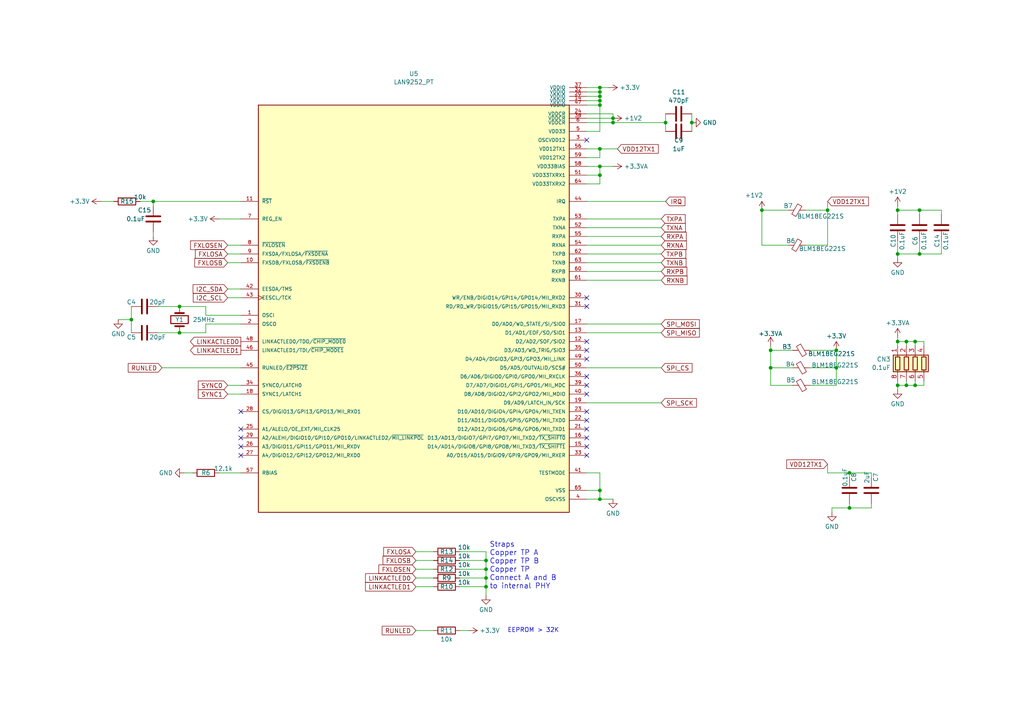
<source format=kicad_sch>
(kicad_sch
	(version 20231120)
	(generator "eeschema")
	(generator_version "8.0")
	(uuid "8e0e23cc-4513-4896-b845-574dd127ce6b")
	(paper "A4")
	(title_block
		(title "THCAD reader")
	)
	(lib_symbols
		(symbol "Device:C"
			(pin_numbers hide)
			(pin_names
				(offset 0.254)
			)
			(exclude_from_sim no)
			(in_bom yes)
			(on_board yes)
			(property "Reference" "C"
				(at 0.635 2.54 0)
				(effects
					(font
						(size 1.27 1.27)
					)
					(justify left)
				)
			)
			(property "Value" "C"
				(at 0.635 -2.54 0)
				(effects
					(font
						(size 1.27 1.27)
					)
					(justify left)
				)
			)
			(property "Footprint" ""
				(at 0.9652 -3.81 0)
				(effects
					(font
						(size 1.27 1.27)
					)
					(hide yes)
				)
			)
			(property "Datasheet" "~"
				(at 0 0 0)
				(effects
					(font
						(size 1.27 1.27)
					)
					(hide yes)
				)
			)
			(property "Description" "Unpolarized capacitor"
				(at 0 0 0)
				(effects
					(font
						(size 1.27 1.27)
					)
					(hide yes)
				)
			)
			(property "ki_keywords" "cap capacitor"
				(at 0 0 0)
				(effects
					(font
						(size 1.27 1.27)
					)
					(hide yes)
				)
			)
			(property "ki_fp_filters" "C_*"
				(at 0 0 0)
				(effects
					(font
						(size 1.27 1.27)
					)
					(hide yes)
				)
			)
			(symbol "C_0_1"
				(polyline
					(pts
						(xy -2.032 -0.762) (xy 2.032 -0.762)
					)
					(stroke
						(width 0.508)
						(type default)
					)
					(fill
						(type none)
					)
				)
				(polyline
					(pts
						(xy -2.032 0.762) (xy 2.032 0.762)
					)
					(stroke
						(width 0.508)
						(type default)
					)
					(fill
						(type none)
					)
				)
			)
			(symbol "C_1_1"
				(pin passive line
					(at 0 3.81 270)
					(length 2.794)
					(name "~"
						(effects
							(font
								(size 1.27 1.27)
							)
						)
					)
					(number "1"
						(effects
							(font
								(size 1.27 1.27)
							)
						)
					)
				)
				(pin passive line
					(at 0 -3.81 90)
					(length 2.794)
					(name "~"
						(effects
							(font
								(size 1.27 1.27)
							)
						)
					)
					(number "2"
						(effects
							(font
								(size 1.27 1.27)
							)
						)
					)
				)
			)
		)
		(symbol "Device:Crystal"
			(pin_numbers hide)
			(pin_names
				(offset 1.016) hide)
			(exclude_from_sim no)
			(in_bom yes)
			(on_board yes)
			(property "Reference" "Y"
				(at 0 3.81 0)
				(effects
					(font
						(size 1.27 1.27)
					)
				)
			)
			(property "Value" "Crystal"
				(at 0 -3.81 0)
				(effects
					(font
						(size 1.27 1.27)
					)
				)
			)
			(property "Footprint" ""
				(at 0 0 0)
				(effects
					(font
						(size 1.27 1.27)
					)
					(hide yes)
				)
			)
			(property "Datasheet" "~"
				(at 0 0 0)
				(effects
					(font
						(size 1.27 1.27)
					)
					(hide yes)
				)
			)
			(property "Description" "Two pin crystal"
				(at 0 0 0)
				(effects
					(font
						(size 1.27 1.27)
					)
					(hide yes)
				)
			)
			(property "ki_keywords" "quartz ceramic resonator oscillator"
				(at 0 0 0)
				(effects
					(font
						(size 1.27 1.27)
					)
					(hide yes)
				)
			)
			(property "ki_fp_filters" "Crystal*"
				(at 0 0 0)
				(effects
					(font
						(size 1.27 1.27)
					)
					(hide yes)
				)
			)
			(symbol "Crystal_0_1"
				(rectangle
					(start -1.143 2.54)
					(end 1.143 -2.54)
					(stroke
						(width 0.3048)
						(type default)
					)
					(fill
						(type none)
					)
				)
				(polyline
					(pts
						(xy -2.54 0) (xy -1.905 0)
					)
					(stroke
						(width 0)
						(type default)
					)
					(fill
						(type none)
					)
				)
				(polyline
					(pts
						(xy -1.905 -1.27) (xy -1.905 1.27)
					)
					(stroke
						(width 0.508)
						(type default)
					)
					(fill
						(type none)
					)
				)
				(polyline
					(pts
						(xy 1.905 -1.27) (xy 1.905 1.27)
					)
					(stroke
						(width 0.508)
						(type default)
					)
					(fill
						(type none)
					)
				)
				(polyline
					(pts
						(xy 2.54 0) (xy 1.905 0)
					)
					(stroke
						(width 0)
						(type default)
					)
					(fill
						(type none)
					)
				)
			)
			(symbol "Crystal_1_1"
				(pin passive line
					(at -3.81 0 0)
					(length 1.27)
					(name "1"
						(effects
							(font
								(size 1.27 1.27)
							)
						)
					)
					(number "1"
						(effects
							(font
								(size 1.27 1.27)
							)
						)
					)
				)
				(pin passive line
					(at 3.81 0 180)
					(length 1.27)
					(name "2"
						(effects
							(font
								(size 1.27 1.27)
							)
						)
					)
					(number "2"
						(effects
							(font
								(size 1.27 1.27)
							)
						)
					)
				)
			)
		)
		(symbol "Device:FerriteBead_Small"
			(pin_numbers hide)
			(pin_names
				(offset 0)
			)
			(exclude_from_sim no)
			(in_bom yes)
			(on_board yes)
			(property "Reference" "FB"
				(at 1.905 1.27 0)
				(effects
					(font
						(size 1.27 1.27)
					)
					(justify left)
				)
			)
			(property "Value" "FerriteBead_Small"
				(at 1.905 -1.27 0)
				(effects
					(font
						(size 1.27 1.27)
					)
					(justify left)
				)
			)
			(property "Footprint" ""
				(at -1.778 0 90)
				(effects
					(font
						(size 1.27 1.27)
					)
					(hide yes)
				)
			)
			(property "Datasheet" "~"
				(at 0 0 0)
				(effects
					(font
						(size 1.27 1.27)
					)
					(hide yes)
				)
			)
			(property "Description" "Ferrite bead, small symbol"
				(at 0 0 0)
				(effects
					(font
						(size 1.27 1.27)
					)
					(hide yes)
				)
			)
			(property "ki_keywords" "L ferrite bead inductor filter"
				(at 0 0 0)
				(effects
					(font
						(size 1.27 1.27)
					)
					(hide yes)
				)
			)
			(property "ki_fp_filters" "Inductor_* L_* *Ferrite*"
				(at 0 0 0)
				(effects
					(font
						(size 1.27 1.27)
					)
					(hide yes)
				)
			)
			(symbol "FerriteBead_Small_0_1"
				(polyline
					(pts
						(xy 0 -1.27) (xy 0 -0.7874)
					)
					(stroke
						(width 0)
						(type default)
					)
					(fill
						(type none)
					)
				)
				(polyline
					(pts
						(xy 0 0.889) (xy 0 1.2954)
					)
					(stroke
						(width 0)
						(type default)
					)
					(fill
						(type none)
					)
				)
				(polyline
					(pts
						(xy -1.8288 0.2794) (xy -1.1176 1.4986) (xy 1.8288 -0.2032) (xy 1.1176 -1.4224) (xy -1.8288 0.2794)
					)
					(stroke
						(width 0)
						(type default)
					)
					(fill
						(type none)
					)
				)
			)
			(symbol "FerriteBead_Small_1_1"
				(pin passive line
					(at 0 2.54 270)
					(length 1.27)
					(name "~"
						(effects
							(font
								(size 1.27 1.27)
							)
						)
					)
					(number "1"
						(effects
							(font
								(size 1.27 1.27)
							)
						)
					)
				)
				(pin passive line
					(at 0 -2.54 90)
					(length 1.27)
					(name "~"
						(effects
							(font
								(size 1.27 1.27)
							)
						)
					)
					(number "2"
						(effects
							(font
								(size 1.27 1.27)
							)
						)
					)
				)
			)
		)
		(symbol "Device:R"
			(pin_numbers hide)
			(pin_names
				(offset 0)
			)
			(exclude_from_sim no)
			(in_bom yes)
			(on_board yes)
			(property "Reference" "R"
				(at 2.032 0 90)
				(effects
					(font
						(size 1.27 1.27)
					)
				)
			)
			(property "Value" "R"
				(at 0 0 90)
				(effects
					(font
						(size 1.27 1.27)
					)
				)
			)
			(property "Footprint" ""
				(at -1.778 0 90)
				(effects
					(font
						(size 1.27 1.27)
					)
					(hide yes)
				)
			)
			(property "Datasheet" "~"
				(at 0 0 0)
				(effects
					(font
						(size 1.27 1.27)
					)
					(hide yes)
				)
			)
			(property "Description" "Resistor"
				(at 0 0 0)
				(effects
					(font
						(size 1.27 1.27)
					)
					(hide yes)
				)
			)
			(property "ki_keywords" "R res resistor"
				(at 0 0 0)
				(effects
					(font
						(size 1.27 1.27)
					)
					(hide yes)
				)
			)
			(property "ki_fp_filters" "R_*"
				(at 0 0 0)
				(effects
					(font
						(size 1.27 1.27)
					)
					(hide yes)
				)
			)
			(symbol "R_0_1"
				(rectangle
					(start -1.016 -2.54)
					(end 1.016 2.54)
					(stroke
						(width 0.254)
						(type default)
					)
					(fill
						(type none)
					)
				)
			)
			(symbol "R_1_1"
				(pin passive line
					(at 0 3.81 270)
					(length 1.27)
					(name "~"
						(effects
							(font
								(size 1.27 1.27)
							)
						)
					)
					(number "1"
						(effects
							(font
								(size 1.27 1.27)
							)
						)
					)
				)
				(pin passive line
					(at 0 -3.81 90)
					(length 1.27)
					(name "~"
						(effects
							(font
								(size 1.27 1.27)
							)
						)
					)
					(number "2"
						(effects
							(font
								(size 1.27 1.27)
							)
						)
					)
				)
			)
		)
		(symbol "Device:R_Pack04"
			(pin_names
				(offset 0) hide)
			(exclude_from_sim no)
			(in_bom yes)
			(on_board yes)
			(property "Reference" "RN"
				(at -7.62 0 90)
				(effects
					(font
						(size 1.27 1.27)
					)
				)
			)
			(property "Value" "R_Pack04"
				(at 5.08 0 90)
				(effects
					(font
						(size 1.27 1.27)
					)
				)
			)
			(property "Footprint" ""
				(at 6.985 0 90)
				(effects
					(font
						(size 1.27 1.27)
					)
					(hide yes)
				)
			)
			(property "Datasheet" "~"
				(at 0 0 0)
				(effects
					(font
						(size 1.27 1.27)
					)
					(hide yes)
				)
			)
			(property "Description" "4 resistor network, parallel topology"
				(at 0 0 0)
				(effects
					(font
						(size 1.27 1.27)
					)
					(hide yes)
				)
			)
			(property "ki_keywords" "R network parallel topology isolated"
				(at 0 0 0)
				(effects
					(font
						(size 1.27 1.27)
					)
					(hide yes)
				)
			)
			(property "ki_fp_filters" "DIP* SOIC* R*Array*Concave* R*Array*Convex* MSOP*"
				(at 0 0 0)
				(effects
					(font
						(size 1.27 1.27)
					)
					(hide yes)
				)
			)
			(symbol "R_Pack04_0_1"
				(rectangle
					(start -6.35 -2.413)
					(end 3.81 2.413)
					(stroke
						(width 0.254)
						(type default)
					)
					(fill
						(type background)
					)
				)
				(rectangle
					(start -5.715 1.905)
					(end -4.445 -1.905)
					(stroke
						(width 0.254)
						(type default)
					)
					(fill
						(type none)
					)
				)
				(rectangle
					(start -3.175 1.905)
					(end -1.905 -1.905)
					(stroke
						(width 0.254)
						(type default)
					)
					(fill
						(type none)
					)
				)
				(rectangle
					(start -0.635 1.905)
					(end 0.635 -1.905)
					(stroke
						(width 0.254)
						(type default)
					)
					(fill
						(type none)
					)
				)
				(polyline
					(pts
						(xy -5.08 -2.54) (xy -5.08 -1.905)
					)
					(stroke
						(width 0)
						(type default)
					)
					(fill
						(type none)
					)
				)
				(polyline
					(pts
						(xy -5.08 1.905) (xy -5.08 2.54)
					)
					(stroke
						(width 0)
						(type default)
					)
					(fill
						(type none)
					)
				)
				(polyline
					(pts
						(xy -2.54 -2.54) (xy -2.54 -1.905)
					)
					(stroke
						(width 0)
						(type default)
					)
					(fill
						(type none)
					)
				)
				(polyline
					(pts
						(xy -2.54 1.905) (xy -2.54 2.54)
					)
					(stroke
						(width 0)
						(type default)
					)
					(fill
						(type none)
					)
				)
				(polyline
					(pts
						(xy 0 -2.54) (xy 0 -1.905)
					)
					(stroke
						(width 0)
						(type default)
					)
					(fill
						(type none)
					)
				)
				(polyline
					(pts
						(xy 0 1.905) (xy 0 2.54)
					)
					(stroke
						(width 0)
						(type default)
					)
					(fill
						(type none)
					)
				)
				(polyline
					(pts
						(xy 2.54 -2.54) (xy 2.54 -1.905)
					)
					(stroke
						(width 0)
						(type default)
					)
					(fill
						(type none)
					)
				)
				(polyline
					(pts
						(xy 2.54 1.905) (xy 2.54 2.54)
					)
					(stroke
						(width 0)
						(type default)
					)
					(fill
						(type none)
					)
				)
				(rectangle
					(start 1.905 1.905)
					(end 3.175 -1.905)
					(stroke
						(width 0.254)
						(type default)
					)
					(fill
						(type none)
					)
				)
			)
			(symbol "R_Pack04_1_1"
				(pin passive line
					(at -5.08 -5.08 90)
					(length 2.54)
					(name "R1.1"
						(effects
							(font
								(size 1.27 1.27)
							)
						)
					)
					(number "1"
						(effects
							(font
								(size 1.27 1.27)
							)
						)
					)
				)
				(pin passive line
					(at -2.54 -5.08 90)
					(length 2.54)
					(name "R2.1"
						(effects
							(font
								(size 1.27 1.27)
							)
						)
					)
					(number "2"
						(effects
							(font
								(size 1.27 1.27)
							)
						)
					)
				)
				(pin passive line
					(at 0 -5.08 90)
					(length 2.54)
					(name "R3.1"
						(effects
							(font
								(size 1.27 1.27)
							)
						)
					)
					(number "3"
						(effects
							(font
								(size 1.27 1.27)
							)
						)
					)
				)
				(pin passive line
					(at 2.54 -5.08 90)
					(length 2.54)
					(name "R4.1"
						(effects
							(font
								(size 1.27 1.27)
							)
						)
					)
					(number "4"
						(effects
							(font
								(size 1.27 1.27)
							)
						)
					)
				)
				(pin passive line
					(at 2.54 5.08 270)
					(length 2.54)
					(name "R4.2"
						(effects
							(font
								(size 1.27 1.27)
							)
						)
					)
					(number "5"
						(effects
							(font
								(size 1.27 1.27)
							)
						)
					)
				)
				(pin passive line
					(at 0 5.08 270)
					(length 2.54)
					(name "R3.2"
						(effects
							(font
								(size 1.27 1.27)
							)
						)
					)
					(number "6"
						(effects
							(font
								(size 1.27 1.27)
							)
						)
					)
				)
				(pin passive line
					(at -2.54 5.08 270)
					(length 2.54)
					(name "R2.2"
						(effects
							(font
								(size 1.27 1.27)
							)
						)
					)
					(number "7"
						(effects
							(font
								(size 1.27 1.27)
							)
						)
					)
				)
				(pin passive line
					(at -5.08 5.08 270)
					(length 2.54)
					(name "R1.2"
						(effects
							(font
								(size 1.27 1.27)
							)
						)
					)
					(number "8"
						(effects
							(font
								(size 1.27 1.27)
							)
						)
					)
				)
			)
		)
		(symbol "LAN9252_PT:LAN9252_PT"
			(pin_names
				(offset 1.016)
			)
			(exclude_from_sim no)
			(in_bom yes)
			(on_board yes)
			(property "Reference" "U"
				(at -60.96 59.69 0)
				(effects
					(font
						(size 1.27 1.27)
					)
					(justify left bottom)
				)
			)
			(property "Value" "LAN9252_PT"
				(at -29.21 -60.96 0)
				(effects
					(font
						(size 1.27 1.27)
					)
					(justify left bottom)
				)
			)
			(property "Footprint" "LAN9252_PT:QFP50P1200X1200X120-65N"
				(at -5.08 6.35 0)
				(effects
					(font
						(size 1.27 1.27)
					)
					(justify bottom)
					(hide yes)
				)
			)
			(property "Datasheet" ""
				(at 0 0 0)
				(effects
					(font
						(size 1.27 1.27)
					)
					(hide yes)
				)
			)
			(property "Description" "\nEthernet Controller 10/100 Base-FX/T/TX PHY SPI Interface 64-TQFP-EP (10x10)\n"
				(at -1.27 10.16 0)
				(effects
					(font
						(size 1.27 1.27)
					)
					(justify bottom)
					(hide yes)
				)
			)
			(property "MF" "Microchip"
				(at -1.27 -13.97 0)
				(effects
					(font
						(size 1.27 1.27)
					)
					(justify bottom)
					(hide yes)
				)
			)
			(property "MAXIMUM_PACKAGE_HEIGHT" "1.2 mm"
				(at 0 -2.54 0)
				(effects
					(font
						(size 1.27 1.27)
					)
					(justify bottom)
					(hide yes)
				)
			)
			(property "Package" "TQFP-64 Microchip"
				(at -1.27 -11.43 0)
				(effects
					(font
						(size 1.27 1.27)
					)
					(justify bottom)
					(hide yes)
				)
			)
			(property "Price" ""
				(at 0 0 0)
				(effects
					(font
						(size 1.27 1.27)
					)
					(justify bottom)
					(hide yes)
				)
			)
			(property "Check_prices" ""
				(at 0 0 0)
				(effects
					(font
						(size 1.27 1.27)
					)
					(justify bottom)
					(hide yes)
				)
			)
			(property "STANDARD" "IPC 7351B"
				(at -1.27 -5.08 0)
				(effects
					(font
						(size 1.27 1.27)
					)
					(justify bottom)
					(hide yes)
				)
			)
			(property "PARTREV" "04-08-15"
				(at -1.27 -13.97 0)
				(effects
					(font
						(size 1.27 1.27)
					)
					(justify bottom)
					(hide yes)
				)
			)
			(property "SnapEDA_Link" ""
				(at 0 0 0)
				(effects
					(font
						(size 1.27 1.27)
					)
					(justify bottom)
					(hide yes)
				)
			)
			(property "MP" "LAN9252/PT"
				(at -2.54 3.81 0)
				(effects
					(font
						(size 1.27 1.27)
					)
					(justify bottom)
					(hide yes)
				)
			)
			(property "Purchase-URL" ""
				(at 0 0 0)
				(effects
					(font
						(size 1.27 1.27)
					)
					(justify bottom)
					(hide yes)
				)
			)
			(property "Availability" ""
				(at 0 -2.54 0)
				(effects
					(font
						(size 1.27 1.27)
					)
					(justify bottom)
					(hide yes)
				)
			)
			(property "MANUFACTURER" "Microchip Technology"
				(at -1.27 -8.89 0)
				(effects
					(font
						(size 1.27 1.27)
					)
					(justify bottom)
					(hide yes)
				)
			)
			(symbol "LAN9252_PT_0_0"
				(rectangle
					(start -29.21 58.42)
					(end 60.96 -59.69)
					(stroke
						(width 0.254)
						(type default)
					)
					(fill
						(type background)
					)
				)
				(pin input line
					(at -34.29 -2.54 0)
					(length 5.08)
					(name "OSCI"
						(effects
							(font
								(size 1.016 1.016)
							)
						)
					)
					(number "1"
						(effects
							(font
								(size 1.016 1.016)
							)
						)
					)
				)
				(pin input line
					(at -34.29 12.7 0)
					(length 5.08)
					(name "FXSDB/FXLOSB/~{FXSDENB}"
						(effects
							(font
								(size 1.016 1.016)
							)
						)
					)
					(number "10"
						(effects
							(font
								(size 1.016 1.016)
							)
						)
					)
				)
				(pin input line
					(at -34.29 30.48 0)
					(length 5.08)
					(name "~{RST}"
						(effects
							(font
								(size 1.016 1.016)
							)
						)
					)
					(number "11"
						(effects
							(font
								(size 1.016 1.016)
							)
						)
					)
				)
				(pin bidirectional line
					(at 66.04 -10.16 180)
					(length 5.08)
					(name "D2/AD2/SOF/SIO2"
						(effects
							(font
								(size 1.016 1.016)
							)
						)
					)
					(number "12"
						(effects
							(font
								(size 1.016 1.016)
							)
						)
					)
				)
				(pin bidirectional line
					(at 66.04 -7.62 180)
					(length 5.08)
					(name "D1/AD1/EOF/SO/SIO1"
						(effects
							(font
								(size 1.016 1.016)
							)
						)
					)
					(number "13"
						(effects
							(font
								(size 1.016 1.016)
							)
						)
					)
				)
				(pin power_in line
					(at 66.04 59.69 180)
					(length 5.08)
					(name "VDDIO"
						(effects
							(font
								(size 1.016 1.016)
							)
						)
					)
					(number "14"
						(effects
							(font
								(size 1.016 1.016)
							)
						)
					)
				)
				(pin bidirectional line
					(at 66.04 -40.64 180)
					(length 5.08)
					(name "D14/AD14/DIGIO8/GPI8/GPO8/MII_TXD3/~{TX_SHIFT1}"
						(effects
							(font
								(size 1.016 1.016)
							)
						)
					)
					(number "15"
						(effects
							(font
								(size 1.016 1.016)
							)
						)
					)
				)
				(pin bidirectional line
					(at 66.04 -38.1 180)
					(length 5.08)
					(name "D13/AD13/DIGIO7/GPI7/GPO7/MII_TXD2/~{TX_SHIFT0}"
						(effects
							(font
								(size 1.016 1.016)
							)
						)
					)
					(number "16"
						(effects
							(font
								(size 1.016 1.016)
							)
						)
					)
				)
				(pin bidirectional line
					(at 66.04 -5.08 180)
					(length 5.08)
					(name "D0/AD0/WD_STATE/SI/SIO0"
						(effects
							(font
								(size 1.016 1.016)
							)
						)
					)
					(number "17"
						(effects
							(font
								(size 1.016 1.016)
							)
						)
					)
				)
				(pin bidirectional line
					(at -34.29 -25.4 0)
					(length 5.08)
					(name "SYNC1/LATCH1"
						(effects
							(font
								(size 1.016 1.016)
							)
						)
					)
					(number "18"
						(effects
							(font
								(size 1.016 1.016)
							)
						)
					)
				)
				(pin bidirectional line
					(at 66.04 -27.94 180)
					(length 5.08)
					(name "D9/AD9/LATCH_IN/SCK"
						(effects
							(font
								(size 1.016 1.016)
							)
						)
					)
					(number "19"
						(effects
							(font
								(size 1.016 1.016)
							)
						)
					)
				)
				(pin output line
					(at -34.29 -5.08 0)
					(length 5.08)
					(name "OSCO"
						(effects
							(font
								(size 1.016 1.016)
							)
						)
					)
					(number "2"
						(effects
							(font
								(size 1.016 1.016)
							)
						)
					)
				)
				(pin power_in line
					(at 66.04 60.96 180)
					(length 5.08)
					(name "VDDIO"
						(effects
							(font
								(size 1.016 1.016)
							)
						)
					)
					(number "20"
						(effects
							(font
								(size 1.016 1.016)
							)
						)
					)
				)
				(pin bidirectional line
					(at 66.04 -35.56 180)
					(length 5.08)
					(name "D12/AD12/DIGIO6/GPI6/GPO6/MII_TXD1"
						(effects
							(font
								(size 1.016 1.016)
							)
						)
					)
					(number "21"
						(effects
							(font
								(size 1.016 1.016)
							)
						)
					)
				)
				(pin bidirectional line
					(at 66.04 -33.02 180)
					(length 5.08)
					(name "D11/AD11/DIGIO5/GPI5/GPO5/MII_TXD0"
						(effects
							(font
								(size 1.016 1.016)
							)
						)
					)
					(number "22"
						(effects
							(font
								(size 1.016 1.016)
							)
						)
					)
				)
				(pin bidirectional line
					(at 66.04 -30.48 180)
					(length 5.08)
					(name "D10/AD10/DIGIO4/GPI4/GPO4/MII_TXEN"
						(effects
							(font
								(size 1.016 1.016)
							)
						)
					)
					(number "23"
						(effects
							(font
								(size 1.016 1.016)
							)
						)
					)
				)
				(pin power_in line
					(at 66.04 55.88 180)
					(length 5.08)
					(name "VDDCR"
						(effects
							(font
								(size 1.016 1.016)
							)
						)
					)
					(number "24"
						(effects
							(font
								(size 1.016 1.016)
							)
						)
					)
				)
				(pin bidirectional line
					(at -34.29 -35.56 0)
					(length 5.08)
					(name "A1/ALELO/OE_EXT/MII_CLK25"
						(effects
							(font
								(size 1.016 1.016)
							)
						)
					)
					(number "25"
						(effects
							(font
								(size 1.016 1.016)
							)
						)
					)
				)
				(pin bidirectional line
					(at -34.29 -40.64 0)
					(length 5.08)
					(name "A3/DIGIO11/GPI11/GPO11/MII_RXDV"
						(effects
							(font
								(size 1.016 1.016)
							)
						)
					)
					(number "26"
						(effects
							(font
								(size 1.016 1.016)
							)
						)
					)
				)
				(pin bidirectional line
					(at -34.29 -43.18 0)
					(length 5.08)
					(name "A4/DIGIO12/GPI12/GPO12/MII_RXD0"
						(effects
							(font
								(size 1.016 1.016)
							)
						)
					)
					(number "27"
						(effects
							(font
								(size 1.016 1.016)
							)
						)
					)
				)
				(pin bidirectional line
					(at -34.29 -30.48 0)
					(length 5.08)
					(name "CS/DIGIO13/GPI13/GPO13/MII_RXD1"
						(effects
							(font
								(size 1.016 1.016)
							)
						)
					)
					(number "28"
						(effects
							(font
								(size 1.016 1.016)
							)
						)
					)
				)
				(pin bidirectional line
					(at -34.29 -38.1 0)
					(length 5.08)
					(name "A2/ALEHI/DIGIO10/GPI10/GPO10/LINKACTLED2/~{MII_LINKPOL}"
						(effects
							(font
								(size 1.016 1.016)
							)
						)
					)
					(number "29"
						(effects
							(font
								(size 1.016 1.016)
							)
						)
					)
				)
				(pin power_in line
					(at 66.04 48.26 180)
					(length 5.08)
					(name "OSCVDD12"
						(effects
							(font
								(size 1.016 1.016)
							)
						)
					)
					(number "3"
						(effects
							(font
								(size 1.016 1.016)
							)
						)
					)
				)
				(pin bidirectional line
					(at 66.04 2.54 180)
					(length 5.08)
					(name "WR/ENB/DIGIO14/GPI14/GPO14/MII_RXD2"
						(effects
							(font
								(size 1.016 1.016)
							)
						)
					)
					(number "30"
						(effects
							(font
								(size 1.016 1.016)
							)
						)
					)
				)
				(pin bidirectional line
					(at 66.04 0 180)
					(length 5.08)
					(name "RD/RD_WR/DIGIO15/GPI15/GPO15/MII_RXD3"
						(effects
							(font
								(size 1.016 1.016)
							)
						)
					)
					(number "31"
						(effects
							(font
								(size 1.016 1.016)
							)
						)
					)
				)
				(pin power_in line
					(at 66.04 62.23 180)
					(length 5.08)
					(name "VDDIO"
						(effects
							(font
								(size 1.016 1.016)
							)
						)
					)
					(number "32"
						(effects
							(font
								(size 1.016 1.016)
							)
						)
					)
				)
				(pin bidirectional line
					(at 66.04 -43.18 180)
					(length 5.08)
					(name "A0/D15/AD15/DIGIO9/GPI9/GPO9/MII_RXER"
						(effects
							(font
								(size 1.016 1.016)
							)
						)
					)
					(number "33"
						(effects
							(font
								(size 1.016 1.016)
							)
						)
					)
				)
				(pin bidirectional line
					(at -34.29 -22.86 0)
					(length 5.08)
					(name "SYNC0/LATCH0"
						(effects
							(font
								(size 1.016 1.016)
							)
						)
					)
					(number "34"
						(effects
							(font
								(size 1.016 1.016)
							)
						)
					)
				)
				(pin bidirectional line
					(at 66.04 -12.7 180)
					(length 5.08)
					(name "D3/AD3/WD_TRIG/SIO3"
						(effects
							(font
								(size 1.016 1.016)
							)
						)
					)
					(number "35"
						(effects
							(font
								(size 1.016 1.016)
							)
						)
					)
				)
				(pin bidirectional line
					(at 66.04 -20.32 180)
					(length 5.08)
					(name "D6/AD6/DIGIO0/GPI0/GPO0/MII_RXCLK"
						(effects
							(font
								(size 1.016 1.016)
							)
						)
					)
					(number "36"
						(effects
							(font
								(size 1.016 1.016)
							)
						)
					)
				)
				(pin power_in line
					(at 66.04 63.5 180)
					(length 5.08)
					(name "VDDIO"
						(effects
							(font
								(size 1.016 1.016)
							)
						)
					)
					(number "37"
						(effects
							(font
								(size 1.016 1.016)
							)
						)
					)
				)
				(pin power_in line
					(at 66.04 54.61 180)
					(length 5.08)
					(name "VDDCR"
						(effects
							(font
								(size 1.016 1.016)
							)
						)
					)
					(number "38"
						(effects
							(font
								(size 1.016 1.016)
							)
						)
					)
				)
				(pin bidirectional line
					(at 66.04 -22.86 180)
					(length 5.08)
					(name "D7/AD7/DIGIO1/GPI1/GPO1/MII_MDC"
						(effects
							(font
								(size 1.016 1.016)
							)
						)
					)
					(number "39"
						(effects
							(font
								(size 1.016 1.016)
							)
						)
					)
				)
				(pin power_in line
					(at 66.04 -55.88 180)
					(length 5.08)
					(name "OSCVSS"
						(effects
							(font
								(size 1.016 1.016)
							)
						)
					)
					(number "4"
						(effects
							(font
								(size 1.016 1.016)
							)
						)
					)
				)
				(pin bidirectional line
					(at 66.04 -25.4 180)
					(length 5.08)
					(name "D8/AD8/DIGIO2/GPI2/GPO2/MII_MDIO"
						(effects
							(font
								(size 1.016 1.016)
							)
						)
					)
					(number "40"
						(effects
							(font
								(size 1.016 1.016)
							)
						)
					)
				)
				(pin input line
					(at 66.04 -48.26 180)
					(length 5.08)
					(name "TESTMODE"
						(effects
							(font
								(size 1.016 1.016)
							)
						)
					)
					(number "41"
						(effects
							(font
								(size 1.016 1.016)
							)
						)
					)
				)
				(pin bidirectional line
					(at -34.29 5.08 0)
					(length 5.08)
					(name "EESDA/TMS"
						(effects
							(font
								(size 1.016 1.016)
							)
						)
					)
					(number "42"
						(effects
							(font
								(size 1.016 1.016)
							)
						)
					)
				)
				(pin output clock
					(at -34.29 2.54 0)
					(length 5.08)
					(name "EESCL/TCK"
						(effects
							(font
								(size 1.016 1.016)
							)
						)
					)
					(number "43"
						(effects
							(font
								(size 1.016 1.016)
							)
						)
					)
				)
				(pin output line
					(at 66.04 30.48 180)
					(length 5.08)
					(name "IRQ"
						(effects
							(font
								(size 1.016 1.016)
							)
						)
					)
					(number "44"
						(effects
							(font
								(size 1.016 1.016)
							)
						)
					)
				)
				(pin bidirectional line
					(at -34.29 -17.78 0)
					(length 5.08)
					(name "RUNLED/~{E2PSIZE}"
						(effects
							(font
								(size 1.016 1.016)
							)
						)
					)
					(number "45"
						(effects
							(font
								(size 1.016 1.016)
							)
						)
					)
				)
				(pin input line
					(at -34.29 -12.7 0)
					(length 5.08)
					(name "LINKACTLED1/TDI/~{CHIP_MODE1}"
						(effects
							(font
								(size 1.016 1.016)
							)
						)
					)
					(number "46"
						(effects
							(font
								(size 1.016 1.016)
							)
						)
					)
				)
				(pin power_in line
					(at 66.04 58.42 180)
					(length 5.08)
					(name "VDDIO"
						(effects
							(font
								(size 1.016 1.016)
							)
						)
					)
					(number "47"
						(effects
							(font
								(size 1.016 1.016)
							)
						)
					)
				)
				(pin output line
					(at -34.29 -10.16 0)
					(length 5.08)
					(name "LINKACTLED0/TDO/~{CHIP_MODE0}"
						(effects
							(font
								(size 1.016 1.016)
							)
						)
					)
					(number "48"
						(effects
							(font
								(size 1.016 1.016)
							)
						)
					)
				)
				(pin bidirectional line
					(at 66.04 -15.24 180)
					(length 5.08)
					(name "D4/AD4/DIGIO3/GPI3/GPO3/MII_LINK"
						(effects
							(font
								(size 1.016 1.016)
							)
						)
					)
					(number "49"
						(effects
							(font
								(size 1.016 1.016)
							)
						)
					)
				)
				(pin power_in line
					(at 66.04 50.8 180)
					(length 5.08)
					(name "VDD33"
						(effects
							(font
								(size 1.016 1.016)
							)
						)
					)
					(number "5"
						(effects
							(font
								(size 1.016 1.016)
							)
						)
					)
				)
				(pin bidirectional line
					(at 66.04 -17.78 180)
					(length 5.08)
					(name "D5/AD5/OUTVALID/SCS#"
						(effects
							(font
								(size 1.016 1.016)
							)
						)
					)
					(number "50"
						(effects
							(font
								(size 1.016 1.016)
							)
						)
					)
				)
				(pin power_in line
					(at 66.04 38.1 180)
					(length 5.08)
					(name "VDD33TXRX1"
						(effects
							(font
								(size 1.016 1.016)
							)
						)
					)
					(number "51"
						(effects
							(font
								(size 1.016 1.016)
							)
						)
					)
				)
				(pin bidirectional line
					(at 66.04 22.86 180)
					(length 5.08)
					(name "TXNA"
						(effects
							(font
								(size 1.016 1.016)
							)
						)
					)
					(number "52"
						(effects
							(font
								(size 1.016 1.016)
							)
						)
					)
				)
				(pin bidirectional line
					(at 66.04 25.4 180)
					(length 5.08)
					(name "TXPA"
						(effects
							(font
								(size 1.016 1.016)
							)
						)
					)
					(number "53"
						(effects
							(font
								(size 1.016 1.016)
							)
						)
					)
				)
				(pin bidirectional line
					(at 66.04 17.78 180)
					(length 5.08)
					(name "RXNA"
						(effects
							(font
								(size 1.016 1.016)
							)
						)
					)
					(number "54"
						(effects
							(font
								(size 1.016 1.016)
							)
						)
					)
				)
				(pin bidirectional line
					(at 66.04 20.32 180)
					(length 5.08)
					(name "RXPA"
						(effects
							(font
								(size 1.016 1.016)
							)
						)
					)
					(number "55"
						(effects
							(font
								(size 1.016 1.016)
							)
						)
					)
				)
				(pin power_in line
					(at 66.04 45.72 180)
					(length 5.08)
					(name "VDD12TX1"
						(effects
							(font
								(size 1.016 1.016)
							)
						)
					)
					(number "56"
						(effects
							(font
								(size 1.016 1.016)
							)
						)
					)
				)
				(pin passive line
					(at -34.29 -48.26 0)
					(length 5.08)
					(name "RBIAS"
						(effects
							(font
								(size 1.016 1.016)
							)
						)
					)
					(number "57"
						(effects
							(font
								(size 1.016 1.016)
							)
						)
					)
				)
				(pin power_in line
					(at 66.04 40.64 180)
					(length 5.08)
					(name "VDD33BIAS"
						(effects
							(font
								(size 1.016 1.016)
							)
						)
					)
					(number "58"
						(effects
							(font
								(size 1.016 1.016)
							)
						)
					)
				)
				(pin power_in line
					(at 66.04 43.18 180)
					(length 5.08)
					(name "VDD12TX2"
						(effects
							(font
								(size 1.016 1.016)
							)
						)
					)
					(number "59"
						(effects
							(font
								(size 1.016 1.016)
							)
						)
					)
				)
				(pin power_in line
					(at 66.04 53.34 180)
					(length 5.08)
					(name "VDDCR"
						(effects
							(font
								(size 1.016 1.016)
							)
						)
					)
					(number "6"
						(effects
							(font
								(size 1.016 1.016)
							)
						)
					)
				)
				(pin bidirectional line
					(at 66.04 10.16 180)
					(length 5.08)
					(name "RXPB"
						(effects
							(font
								(size 1.016 1.016)
							)
						)
					)
					(number "60"
						(effects
							(font
								(size 1.016 1.016)
							)
						)
					)
				)
				(pin bidirectional line
					(at 66.04 7.62 180)
					(length 5.08)
					(name "RXNB"
						(effects
							(font
								(size 1.016 1.016)
							)
						)
					)
					(number "61"
						(effects
							(font
								(size 1.016 1.016)
							)
						)
					)
				)
				(pin bidirectional line
					(at 66.04 15.24 180)
					(length 5.08)
					(name "TXPB"
						(effects
							(font
								(size 1.016 1.016)
							)
						)
					)
					(number "62"
						(effects
							(font
								(size 1.016 1.016)
							)
						)
					)
				)
				(pin bidirectional line
					(at 66.04 12.7 180)
					(length 5.08)
					(name "TXNB"
						(effects
							(font
								(size 1.016 1.016)
							)
						)
					)
					(number "63"
						(effects
							(font
								(size 1.016 1.016)
							)
						)
					)
				)
				(pin power_in line
					(at 66.04 35.56 180)
					(length 5.08)
					(name "VDD33TXRX2"
						(effects
							(font
								(size 1.016 1.016)
							)
						)
					)
					(number "64"
						(effects
							(font
								(size 1.016 1.016)
							)
						)
					)
				)
				(pin power_in line
					(at 66.04 -53.34 180)
					(length 5.08)
					(name "VSS"
						(effects
							(font
								(size 1.016 1.016)
							)
						)
					)
					(number "65"
						(effects
							(font
								(size 1.016 1.016)
							)
						)
					)
				)
				(pin input line
					(at -34.29 25.4 0)
					(length 5.08)
					(name "REG_EN"
						(effects
							(font
								(size 1.016 1.016)
							)
						)
					)
					(number "7"
						(effects
							(font
								(size 1.016 1.016)
							)
						)
					)
				)
				(pin input line
					(at -34.29 17.78 0)
					(length 5.08)
					(name "~{FXLOSEN}"
						(effects
							(font
								(size 1.016 1.016)
							)
						)
					)
					(number "8"
						(effects
							(font
								(size 1.016 1.016)
							)
						)
					)
				)
				(pin input line
					(at -34.29 15.24 0)
					(length 5.08)
					(name "FXSDA/FXLOSA/~{FXSDENA}"
						(effects
							(font
								(size 1.016 1.016)
							)
						)
					)
					(number "9"
						(effects
							(font
								(size 1.016 1.016)
							)
						)
					)
				)
			)
		)
		(symbol "power:+1V2"
			(power)
			(pin_names
				(offset 0)
			)
			(exclude_from_sim no)
			(in_bom yes)
			(on_board yes)
			(property "Reference" "#PWR"
				(at 0 -3.81 0)
				(effects
					(font
						(size 1.27 1.27)
					)
					(hide yes)
				)
			)
			(property "Value" "+1V2"
				(at 0 3.556 0)
				(effects
					(font
						(size 1.27 1.27)
					)
				)
			)
			(property "Footprint" ""
				(at 0 0 0)
				(effects
					(font
						(size 1.27 1.27)
					)
					(hide yes)
				)
			)
			(property "Datasheet" ""
				(at 0 0 0)
				(effects
					(font
						(size 1.27 1.27)
					)
					(hide yes)
				)
			)
			(property "Description" "Power symbol creates a global label with name \"+1V2\""
				(at 0 0 0)
				(effects
					(font
						(size 1.27 1.27)
					)
					(hide yes)
				)
			)
			(property "ki_keywords" "global power"
				(at 0 0 0)
				(effects
					(font
						(size 1.27 1.27)
					)
					(hide yes)
				)
			)
			(symbol "+1V2_0_1"
				(polyline
					(pts
						(xy -0.762 1.27) (xy 0 2.54)
					)
					(stroke
						(width 0)
						(type default)
					)
					(fill
						(type none)
					)
				)
				(polyline
					(pts
						(xy 0 0) (xy 0 2.54)
					)
					(stroke
						(width 0)
						(type default)
					)
					(fill
						(type none)
					)
				)
				(polyline
					(pts
						(xy 0 2.54) (xy 0.762 1.27)
					)
					(stroke
						(width 0)
						(type default)
					)
					(fill
						(type none)
					)
				)
			)
			(symbol "+1V2_1_1"
				(pin power_in line
					(at 0 0 90)
					(length 0) hide
					(name "+1V2"
						(effects
							(font
								(size 1.27 1.27)
							)
						)
					)
					(number "1"
						(effects
							(font
								(size 1.27 1.27)
							)
						)
					)
				)
			)
		)
		(symbol "power:+3.3V"
			(power)
			(pin_names
				(offset 0)
			)
			(exclude_from_sim no)
			(in_bom yes)
			(on_board yes)
			(property "Reference" "#PWR"
				(at 0 -3.81 0)
				(effects
					(font
						(size 1.27 1.27)
					)
					(hide yes)
				)
			)
			(property "Value" "+3.3V"
				(at 0 3.556 0)
				(effects
					(font
						(size 1.27 1.27)
					)
				)
			)
			(property "Footprint" ""
				(at 0 0 0)
				(effects
					(font
						(size 1.27 1.27)
					)
					(hide yes)
				)
			)
			(property "Datasheet" ""
				(at 0 0 0)
				(effects
					(font
						(size 1.27 1.27)
					)
					(hide yes)
				)
			)
			(property "Description" "Power symbol creates a global label with name \"+3.3V\""
				(at 0 0 0)
				(effects
					(font
						(size 1.27 1.27)
					)
					(hide yes)
				)
			)
			(property "ki_keywords" "global power"
				(at 0 0 0)
				(effects
					(font
						(size 1.27 1.27)
					)
					(hide yes)
				)
			)
			(symbol "+3.3V_0_1"
				(polyline
					(pts
						(xy -0.762 1.27) (xy 0 2.54)
					)
					(stroke
						(width 0)
						(type default)
					)
					(fill
						(type none)
					)
				)
				(polyline
					(pts
						(xy 0 0) (xy 0 2.54)
					)
					(stroke
						(width 0)
						(type default)
					)
					(fill
						(type none)
					)
				)
				(polyline
					(pts
						(xy 0 2.54) (xy 0.762 1.27)
					)
					(stroke
						(width 0)
						(type default)
					)
					(fill
						(type none)
					)
				)
			)
			(symbol "+3.3V_1_1"
				(pin power_in line
					(at 0 0 90)
					(length 0) hide
					(name "+3.3V"
						(effects
							(font
								(size 1.27 1.27)
							)
						)
					)
					(number "1"
						(effects
							(font
								(size 1.27 1.27)
							)
						)
					)
				)
			)
		)
		(symbol "power:+3.3VA"
			(power)
			(pin_names
				(offset 0)
			)
			(exclude_from_sim no)
			(in_bom yes)
			(on_board yes)
			(property "Reference" "#PWR"
				(at 0 -3.81 0)
				(effects
					(font
						(size 1.27 1.27)
					)
					(hide yes)
				)
			)
			(property "Value" "+3.3VA"
				(at 0 3.556 0)
				(effects
					(font
						(size 1.27 1.27)
					)
				)
			)
			(property "Footprint" ""
				(at 0 0 0)
				(effects
					(font
						(size 1.27 1.27)
					)
					(hide yes)
				)
			)
			(property "Datasheet" ""
				(at 0 0 0)
				(effects
					(font
						(size 1.27 1.27)
					)
					(hide yes)
				)
			)
			(property "Description" "Power symbol creates a global label with name \"+3.3VA\""
				(at 0 0 0)
				(effects
					(font
						(size 1.27 1.27)
					)
					(hide yes)
				)
			)
			(property "ki_keywords" "global power"
				(at 0 0 0)
				(effects
					(font
						(size 1.27 1.27)
					)
					(hide yes)
				)
			)
			(symbol "+3.3VA_0_1"
				(polyline
					(pts
						(xy -0.762 1.27) (xy 0 2.54)
					)
					(stroke
						(width 0)
						(type default)
					)
					(fill
						(type none)
					)
				)
				(polyline
					(pts
						(xy 0 0) (xy 0 2.54)
					)
					(stroke
						(width 0)
						(type default)
					)
					(fill
						(type none)
					)
				)
				(polyline
					(pts
						(xy 0 2.54) (xy 0.762 1.27)
					)
					(stroke
						(width 0)
						(type default)
					)
					(fill
						(type none)
					)
				)
			)
			(symbol "+3.3VA_1_1"
				(pin power_in line
					(at 0 0 90)
					(length 0) hide
					(name "+3.3VA"
						(effects
							(font
								(size 1.27 1.27)
							)
						)
					)
					(number "1"
						(effects
							(font
								(size 1.27 1.27)
							)
						)
					)
				)
			)
		)
		(symbol "power:GND"
			(power)
			(pin_names
				(offset 0)
			)
			(exclude_from_sim no)
			(in_bom yes)
			(on_board yes)
			(property "Reference" "#PWR"
				(at 0 -6.35 0)
				(effects
					(font
						(size 1.27 1.27)
					)
					(hide yes)
				)
			)
			(property "Value" "GND"
				(at 0 -3.81 0)
				(effects
					(font
						(size 1.27 1.27)
					)
				)
			)
			(property "Footprint" ""
				(at 0 0 0)
				(effects
					(font
						(size 1.27 1.27)
					)
					(hide yes)
				)
			)
			(property "Datasheet" ""
				(at 0 0 0)
				(effects
					(font
						(size 1.27 1.27)
					)
					(hide yes)
				)
			)
			(property "Description" "Power symbol creates a global label with name \"GND\" , ground"
				(at 0 0 0)
				(effects
					(font
						(size 1.27 1.27)
					)
					(hide yes)
				)
			)
			(property "ki_keywords" "global power"
				(at 0 0 0)
				(effects
					(font
						(size 1.27 1.27)
					)
					(hide yes)
				)
			)
			(symbol "GND_0_1"
				(polyline
					(pts
						(xy 0 0) (xy 0 -1.27) (xy 1.27 -1.27) (xy 0 -2.54) (xy -1.27 -1.27) (xy 0 -1.27)
					)
					(stroke
						(width 0)
						(type default)
					)
					(fill
						(type none)
					)
				)
			)
			(symbol "GND_1_1"
				(pin power_in line
					(at 0 0 270)
					(length 0) hide
					(name "GND"
						(effects
							(font
								(size 1.27 1.27)
							)
						)
					)
					(number "1"
						(effects
							(font
								(size 1.27 1.27)
							)
						)
					)
				)
			)
		)
	)
	(junction
		(at 260.35 111.76)
		(diameter 0)
		(color 0 0 0 0)
		(uuid "04314c1e-3e8e-4ec8-beb7-ca846841003d")
	)
	(junction
		(at 242.57 101.6)
		(diameter 0)
		(color 0 0 0 0)
		(uuid "0885ba69-2fc5-4e8f-9997-415c92f796f1")
	)
	(junction
		(at 140.97 170.18)
		(diameter 0)
		(color 0 0 0 0)
		(uuid "097b4b3d-a671-46db-9935-d5d209519505")
	)
	(junction
		(at 240.03 60.96)
		(diameter 0)
		(color 0 0 0 0)
		(uuid "0c3ba6fc-d0e1-4f1f-8f9b-bebed0e612ce")
	)
	(junction
		(at 193.04 35.56)
		(diameter 0)
		(color 0 0 0 0)
		(uuid "263248ae-c683-4c59-beaf-7b3864a845a6")
	)
	(junction
		(at 223.52 106.68)
		(diameter 0)
		(color 0 0 0 0)
		(uuid "31355d79-995e-4b41-8be0-0c9e4643017a")
	)
	(junction
		(at 173.99 48.26)
		(diameter 0)
		(color 0 0 0 0)
		(uuid "35ce7528-97c5-4c72-b8a7-1cdf13c5e568")
	)
	(junction
		(at 173.99 29.21)
		(diameter 0)
		(color 0 0 0 0)
		(uuid "40182a86-3837-4701-b1cf-b786b28cd3c5")
	)
	(junction
		(at 38.1 92.71)
		(diameter 0)
		(color 0 0 0 0)
		(uuid "45311484-699d-4b23-9b75-1e2ac8fa83b1")
	)
	(junction
		(at 173.99 142.24)
		(diameter 0)
		(color 0 0 0 0)
		(uuid "48e7757a-d3d6-4527-8ed0-805d726012d7")
	)
	(junction
		(at 262.89 111.76)
		(diameter 0)
		(color 0 0 0 0)
		(uuid "4b98e4e6-899e-448b-bee3-b8fa2900108a")
	)
	(junction
		(at 173.99 30.48)
		(diameter 0)
		(color 0 0 0 0)
		(uuid "50af12ef-c3bf-4105-bca6-28ed6ddab985")
	)
	(junction
		(at 242.57 106.68)
		(diameter 0)
		(color 0 0 0 0)
		(uuid "5aeef6a2-3e36-4d06-8e93-b95679827cde")
	)
	(junction
		(at 266.7 60.96)
		(diameter 0)
		(color 0 0 0 0)
		(uuid "5d8fe27a-3ee3-43d7-a23d-c2413e52e9f0")
	)
	(junction
		(at 140.97 165.1)
		(diameter 0)
		(color 0 0 0 0)
		(uuid "5da99bb5-18c9-40ae-908a-87a277f04a2b")
	)
	(junction
		(at 262.89 99.06)
		(diameter 0)
		(color 0 0 0 0)
		(uuid "608d722c-0cf5-4d9e-89dd-7704e7857dd2")
	)
	(junction
		(at 260.35 99.06)
		(diameter 0)
		(color 0 0 0 0)
		(uuid "650b4932-1252-4ad1-bfcf-e06bda2da683")
	)
	(junction
		(at 44.45 58.42)
		(diameter 0)
		(color 0 0 0 0)
		(uuid "75dadb5b-c9f2-43c0-acab-427e64154c21")
	)
	(junction
		(at 266.7 73.66)
		(diameter 0)
		(color 0 0 0 0)
		(uuid "77b8740e-f64e-4b89-96c7-aeb7f6fc86f9")
	)
	(junction
		(at 173.99 50.8)
		(diameter 0)
		(color 0 0 0 0)
		(uuid "7a83dff4-8ea4-4b67-8647-2913cf0299d2")
	)
	(junction
		(at 260.35 73.66)
		(diameter 0)
		(color 0 0 0 0)
		(uuid "868e6026-2554-4a5c-bf02-96109de18493")
	)
	(junction
		(at 200.66 35.56)
		(diameter 0)
		(color 0 0 0 0)
		(uuid "8caaeac5-a2f2-4f62-85d3-be5ce5b8f58f")
	)
	(junction
		(at 173.99 25.4)
		(diameter 0)
		(color 0 0 0 0)
		(uuid "996d558b-c70f-4d29-9dda-9fea9fc9d517")
	)
	(junction
		(at 177.8 34.29)
		(diameter 0)
		(color 0 0 0 0)
		(uuid "a3819a9a-f321-4e8d-9ee4-2c81ec61fa22")
	)
	(junction
		(at 140.97 162.56)
		(diameter 0)
		(color 0 0 0 0)
		(uuid "a4566143-8023-4b19-b236-e7d9a62aed05")
	)
	(junction
		(at 220.98 60.96)
		(diameter 0)
		(color 0 0 0 0)
		(uuid "ae74edbd-5f93-4519-ab5a-c1074c52494a")
	)
	(junction
		(at 246.38 147.32)
		(diameter 0)
		(color 0 0 0 0)
		(uuid "b4d3a14d-a673-4e82-9b12-c23e4c2078ce")
	)
	(junction
		(at 223.52 101.6)
		(diameter 0)
		(color 0 0 0 0)
		(uuid "b9010036-5a87-40bb-b525-94adaf998d92")
	)
	(junction
		(at 173.99 144.78)
		(diameter 0)
		(color 0 0 0 0)
		(uuid "bbd59ab0-bad3-416e-8073-094e105f8863")
	)
	(junction
		(at 177.8 35.56)
		(diameter 0)
		(color 0 0 0 0)
		(uuid "c1e465c4-b3cf-4aeb-b7f6-bef987018a01")
	)
	(junction
		(at 52.07 88.9)
		(diameter 0)
		(color 0 0 0 0)
		(uuid "d56d31ce-0457-4dc1-be5e-aeef98f3ed50")
	)
	(junction
		(at 52.07 96.52)
		(diameter 0)
		(color 0 0 0 0)
		(uuid "d8d7f2d9-aabb-4171-af91-a5e4b9fc7af2")
	)
	(junction
		(at 246.38 137.16)
		(diameter 0)
		(color 0 0 0 0)
		(uuid "d9850fd0-c776-4512-b65c-ecd40d9530fa")
	)
	(junction
		(at 260.35 60.96)
		(diameter 0)
		(color 0 0 0 0)
		(uuid "dac9f50e-0dd8-42d3-b80b-9ea29a230e7d")
	)
	(junction
		(at 265.43 111.76)
		(diameter 0)
		(color 0 0 0 0)
		(uuid "dd44aa69-e0e3-4f24-a4ad-f4d05c1b08d7")
	)
	(junction
		(at 173.99 26.67)
		(diameter 0)
		(color 0 0 0 0)
		(uuid "e122817c-650d-4c0d-a34c-3a97414e8ddc")
	)
	(junction
		(at 173.99 43.18)
		(diameter 0)
		(color 0 0 0 0)
		(uuid "e3a974e2-fdde-48f0-aec0-447f4195f7c3")
	)
	(junction
		(at 140.97 167.64)
		(diameter 0)
		(color 0 0 0 0)
		(uuid "edaa6d5b-e796-40c2-af2b-2a3fecff0c1b")
	)
	(junction
		(at 173.99 27.94)
		(diameter 0)
		(color 0 0 0 0)
		(uuid "f45c08a9-1f16-4428-891e-f72916e63fde")
	)
	(junction
		(at 265.43 99.06)
		(diameter 0)
		(color 0 0 0 0)
		(uuid "faaf8fe1-3517-4373-b1d1-8eb4002dd08f")
	)
	(no_connect
		(at 170.18 124.46)
		(uuid "0a143146-10f8-4e5d-bc85-079c56117946")
	)
	(no_connect
		(at 69.85 124.46)
		(uuid "0b0defea-ee25-449f-8c33-e4366a0bb9f1")
	)
	(no_connect
		(at 170.18 86.36)
		(uuid "0c372a88-b759-4e83-b4ca-accafed58ec2")
	)
	(no_connect
		(at 170.18 99.06)
		(uuid "1351ffc6-7ffa-4a26-8547-e8414b34427d")
	)
	(no_connect
		(at 170.18 111.76)
		(uuid "450e8bdd-57eb-421f-8df8-f5f816f596d6")
	)
	(no_connect
		(at 170.18 109.22)
		(uuid "52363244-fdb1-4184-bdb9-3018a6faaad7")
	)
	(no_connect
		(at 170.18 101.6)
		(uuid "5ff58872-2f6a-40a6-b8bf-32d13dd10446")
	)
	(no_connect
		(at 170.18 132.08)
		(uuid "691c4604-7c5d-422c-8336-74960841892a")
	)
	(no_connect
		(at 170.18 127)
		(uuid "6cefefff-e4da-4763-bb86-b0a022c8d410")
	)
	(no_connect
		(at 69.85 119.38)
		(uuid "776872f6-9367-4c60-9500-8e992e62a7e0")
	)
	(no_connect
		(at 69.85 129.54)
		(uuid "7bc0e8ee-f8fc-4ddb-a885-06ccfc7492fa")
	)
	(no_connect
		(at 69.85 127)
		(uuid "7ef435e7-4e4a-4aa6-93f7-8a9dac4d3629")
	)
	(no_connect
		(at 170.18 129.54)
		(uuid "9d5f966c-2e16-4e09-bb82-85e17f4eaded")
	)
	(no_connect
		(at 170.18 40.64)
		(uuid "b3ec83a1-5cf8-490e-ba08-02e97f4f2b35")
	)
	(no_connect
		(at 170.18 104.14)
		(uuid "ceb074f0-5729-43b7-a4d6-c1ca6710122f")
	)
	(no_connect
		(at 170.18 88.9)
		(uuid "d1df48c4-7fe9-4094-8f8f-1fe59af29175")
	)
	(no_connect
		(at 170.18 119.38)
		(uuid "d55f6fb1-796b-4aab-a6e1-2f4d1338b0ed")
	)
	(no_connect
		(at 170.18 121.92)
		(uuid "e17394a6-b424-4ba5-89ed-bcb92befdaaf")
	)
	(no_connect
		(at 69.85 132.08)
		(uuid "e7133215-be8e-4518-8c97-3cb749775a62")
	)
	(no_connect
		(at 170.18 114.3)
		(uuid "f66cd37f-e01e-4007-aaa3-a0278f74ffab")
	)
	(wire
		(pts
			(xy 170.18 30.48) (xy 173.99 30.48)
		)
		(stroke
			(width 0)
			(type default)
		)
		(uuid "0296f0ac-b199-445c-a506-24ae78985d0a")
	)
	(wire
		(pts
			(xy 262.89 99.06) (xy 265.43 99.06)
		)
		(stroke
			(width 0)
			(type default)
		)
		(uuid "0318e654-5cb3-4b3d-b598-50f41f0dd77e")
	)
	(wire
		(pts
			(xy 173.99 48.26) (xy 173.99 50.8)
		)
		(stroke
			(width 0)
			(type default)
		)
		(uuid "033a5f78-dfb9-4866-b81f-bf8f59f3b565")
	)
	(wire
		(pts
			(xy 170.18 38.1) (xy 173.99 38.1)
		)
		(stroke
			(width 0)
			(type default)
		)
		(uuid "037b5234-b694-4d23-8134-6e89083d36f1")
	)
	(wire
		(pts
			(xy 177.8 35.56) (xy 177.8 34.29)
		)
		(stroke
			(width 0)
			(type default)
		)
		(uuid "06129de6-1a41-4789-b1c7-e3437e8015ff")
	)
	(wire
		(pts
			(xy 170.18 50.8) (xy 173.99 50.8)
		)
		(stroke
			(width 0)
			(type default)
		)
		(uuid "0644901a-57eb-4149-9cfa-58a1a8d41042")
	)
	(wire
		(pts
			(xy 220.98 60.96) (xy 228.6 60.96)
		)
		(stroke
			(width 0)
			(type default)
		)
		(uuid "08f4d866-7718-45db-aa8b-cac736cad33f")
	)
	(wire
		(pts
			(xy 173.99 27.94) (xy 173.99 26.67)
		)
		(stroke
			(width 0)
			(type default)
		)
		(uuid "090a2e5b-7d79-45bb-85f8-3d68cf8270bc")
	)
	(wire
		(pts
			(xy 133.35 162.56) (xy 140.97 162.56)
		)
		(stroke
			(width 0)
			(type default)
		)
		(uuid "09f6e916-f52c-48bd-8b5d-264da71aa1c5")
	)
	(wire
		(pts
			(xy 133.35 160.02) (xy 140.97 160.02)
		)
		(stroke
			(width 0)
			(type default)
		)
		(uuid "0ad43aae-efc3-4e1e-9c5c-6ec3f46eea37")
	)
	(wire
		(pts
			(xy 260.35 60.96) (xy 260.35 62.23)
		)
		(stroke
			(width 0)
			(type default)
		)
		(uuid "0b4fc9a3-e0f8-4973-8232-8ba34169486c")
	)
	(wire
		(pts
			(xy 173.99 48.26) (xy 177.8 48.26)
		)
		(stroke
			(width 0)
			(type default)
		)
		(uuid "0c1ca199-356a-4c97-859a-6b2195bc7670")
	)
	(wire
		(pts
			(xy 66.04 73.66) (xy 69.85 73.66)
		)
		(stroke
			(width 0)
			(type default)
		)
		(uuid "0e1ce884-9aa2-44bc-a42a-eebb802de072")
	)
	(wire
		(pts
			(xy 193.04 35.56) (xy 193.04 38.1)
		)
		(stroke
			(width 0)
			(type default)
		)
		(uuid "0f3f0d10-bd82-40f0-a766-7e787384f20a")
	)
	(wire
		(pts
			(xy 260.35 73.66) (xy 260.35 74.93)
		)
		(stroke
			(width 0)
			(type default)
		)
		(uuid "104fc5e0-c21c-4f47-ad4d-2507c0273ec3")
	)
	(wire
		(pts
			(xy 242.57 106.68) (xy 234.95 106.68)
		)
		(stroke
			(width 0)
			(type default)
		)
		(uuid "10ca94a3-44fe-4b3c-bf63-347faec008ae")
	)
	(wire
		(pts
			(xy 69.85 93.98) (xy 59.69 93.98)
		)
		(stroke
			(width 0)
			(type default)
		)
		(uuid "11e2123a-d366-4d7b-bbf1-d49fd0828289")
	)
	(wire
		(pts
			(xy 173.99 30.48) (xy 173.99 29.21)
		)
		(stroke
			(width 0)
			(type default)
		)
		(uuid "11e90560-98b8-4cfd-9fbd-d2d2e5d37748")
	)
	(wire
		(pts
			(xy 260.35 73.66) (xy 266.7 73.66)
		)
		(stroke
			(width 0)
			(type default)
		)
		(uuid "1377e15d-4d83-470a-aadb-7dcaddb10936")
	)
	(wire
		(pts
			(xy 266.7 73.66) (xy 273.05 73.66)
		)
		(stroke
			(width 0)
			(type default)
		)
		(uuid "164497f7-11e7-444f-a975-452138fa6182")
	)
	(wire
		(pts
			(xy 38.1 92.71) (xy 38.1 96.52)
		)
		(stroke
			(width 0)
			(type default)
		)
		(uuid "166ace2d-027a-4107-903f-67eab5ac8895")
	)
	(wire
		(pts
			(xy 262.89 111.76) (xy 265.43 111.76)
		)
		(stroke
			(width 0)
			(type default)
		)
		(uuid "1749bc57-655f-4fdf-b3a8-87da5eb29388")
	)
	(wire
		(pts
			(xy 170.18 35.56) (xy 177.8 35.56)
		)
		(stroke
			(width 0)
			(type default)
		)
		(uuid "1a1c30d8-c5ea-4347-ab74-5c2a18eef65c")
	)
	(wire
		(pts
			(xy 29.21 58.42) (xy 33.02 58.42)
		)
		(stroke
			(width 0)
			(type default)
		)
		(uuid "1c1d1c3a-23f6-408f-8dd2-1b28ebfd06a0")
	)
	(wire
		(pts
			(xy 260.35 110.49) (xy 260.35 111.76)
		)
		(stroke
			(width 0)
			(type default)
		)
		(uuid "1f76d838-f58c-45a1-a4ce-84cd66adcb43")
	)
	(wire
		(pts
			(xy 173.99 53.34) (xy 173.99 50.8)
		)
		(stroke
			(width 0)
			(type default)
		)
		(uuid "20a9d3e9-713c-4f3b-989f-2034dc914e54")
	)
	(wire
		(pts
			(xy 120.65 182.88) (xy 125.73 182.88)
		)
		(stroke
			(width 0)
			(type default)
		)
		(uuid "2188f78e-dc73-497f-a00a-d237140721a7")
	)
	(wire
		(pts
			(xy 170.18 58.42) (xy 193.04 58.42)
		)
		(stroke
			(width 0)
			(type default)
		)
		(uuid "2569852e-881e-403e-9b1b-bad42dc33ea3")
	)
	(wire
		(pts
			(xy 66.04 111.76) (xy 69.85 111.76)
		)
		(stroke
			(width 0)
			(type default)
		)
		(uuid "270cabe4-2cfc-4238-984d-98dd0907325c")
	)
	(wire
		(pts
			(xy 265.43 99.06) (xy 265.43 100.33)
		)
		(stroke
			(width 0)
			(type default)
		)
		(uuid "27b53d20-7d3b-4740-b23d-ec1beb64e4a3")
	)
	(wire
		(pts
			(xy 234.95 101.6) (xy 242.57 101.6)
		)
		(stroke
			(width 0)
			(type default)
		)
		(uuid "28d29b80-582a-4977-8509-14b5d20ba867")
	)
	(wire
		(pts
			(xy 240.03 137.16) (xy 246.38 137.16)
		)
		(stroke
			(width 0)
			(type default)
		)
		(uuid "2a50f858-7a43-4f45-9a69-d4a7dcac0bb2")
	)
	(wire
		(pts
			(xy 170.18 63.5) (xy 191.77 63.5)
		)
		(stroke
			(width 0)
			(type default)
		)
		(uuid "2b42ca62-436b-42d5-96e2-4eecbf87a9b8")
	)
	(wire
		(pts
			(xy 223.52 101.6) (xy 229.87 101.6)
		)
		(stroke
			(width 0)
			(type default)
		)
		(uuid "2bbf19f3-7c31-4763-9169-16b69f164a48")
	)
	(wire
		(pts
			(xy 59.69 91.44) (xy 59.69 88.9)
		)
		(stroke
			(width 0)
			(type default)
		)
		(uuid "2eddf64f-d65e-418c-8222-6578d96f84ce")
	)
	(wire
		(pts
			(xy 173.99 29.21) (xy 173.99 27.94)
		)
		(stroke
			(width 0)
			(type default)
		)
		(uuid "3123f259-abbc-4f7d-8562-e088b5c0d98f")
	)
	(wire
		(pts
			(xy 177.8 33.02) (xy 177.8 34.29)
		)
		(stroke
			(width 0)
			(type default)
		)
		(uuid "314ed0ac-ad26-46ac-b0e0-9f3c397d0aa5")
	)
	(wire
		(pts
			(xy 266.7 60.96) (xy 273.05 60.96)
		)
		(stroke
			(width 0)
			(type default)
		)
		(uuid "31e4fa0b-8fe5-4e0c-892e-05fef5329017")
	)
	(wire
		(pts
			(xy 53.34 137.16) (xy 55.88 137.16)
		)
		(stroke
			(width 0)
			(type default)
		)
		(uuid "326a33bf-86ea-4ccf-9bfc-e5f30441b4f3")
	)
	(wire
		(pts
			(xy 120.65 167.64) (xy 125.73 167.64)
		)
		(stroke
			(width 0)
			(type default)
		)
		(uuid "380c9803-11d8-4324-a4db-0d18085b408e")
	)
	(wire
		(pts
			(xy 69.85 91.44) (xy 59.69 91.44)
		)
		(stroke
			(width 0)
			(type default)
		)
		(uuid "3cd604ae-b315-4744-914c-ead573e64379")
	)
	(wire
		(pts
			(xy 242.57 106.68) (xy 242.57 111.76)
		)
		(stroke
			(width 0)
			(type default)
		)
		(uuid "3d514867-b2ff-43f2-9baf-69f40485456e")
	)
	(wire
		(pts
			(xy 170.18 142.24) (xy 173.99 142.24)
		)
		(stroke
			(width 0)
			(type default)
		)
		(uuid "3d5df95f-4167-4e67-a7b2-b718cc811a07")
	)
	(wire
		(pts
			(xy 52.07 88.9) (xy 59.69 88.9)
		)
		(stroke
			(width 0)
			(type default)
		)
		(uuid "41df87ba-7196-4c08-9b1c-a8be48effcbd")
	)
	(wire
		(pts
			(xy 200.66 35.56) (xy 200.66 38.1)
		)
		(stroke
			(width 0)
			(type default)
		)
		(uuid "4362b448-7c4c-4961-a80d-7249c362e00f")
	)
	(wire
		(pts
			(xy 46.99 106.68) (xy 69.85 106.68)
		)
		(stroke
			(width 0)
			(type default)
		)
		(uuid "43db180e-8c59-4bfa-9d47-a9ca914c185f")
	)
	(wire
		(pts
			(xy 220.98 60.96) (xy 220.98 71.12)
		)
		(stroke
			(width 0)
			(type default)
		)
		(uuid "471371cd-9e4b-416d-a36a-d4fa45cc1897")
	)
	(wire
		(pts
			(xy 140.97 165.1) (xy 140.97 167.64)
		)
		(stroke
			(width 0)
			(type default)
		)
		(uuid "485ae394-daed-494e-9d19-3adc04f9b496")
	)
	(wire
		(pts
			(xy 242.57 111.76) (xy 234.95 111.76)
		)
		(stroke
			(width 0)
			(type default)
		)
		(uuid "49373043-dc9d-44c5-a1fe-d448e533a596")
	)
	(wire
		(pts
			(xy 265.43 111.76) (xy 265.43 110.49)
		)
		(stroke
			(width 0)
			(type default)
		)
		(uuid "49a52340-9906-46ac-8c5d-8bca3c1e21e2")
	)
	(wire
		(pts
			(xy 170.18 33.02) (xy 177.8 33.02)
		)
		(stroke
			(width 0)
			(type default)
		)
		(uuid "4be8965a-646f-4cb8-92c7-ba6d517dc770")
	)
	(wire
		(pts
			(xy 170.18 144.78) (xy 173.99 144.78)
		)
		(stroke
			(width 0)
			(type default)
		)
		(uuid "4cd97502-31ae-498f-8606-6703649c54b1")
	)
	(wire
		(pts
			(xy 260.35 99.06) (xy 262.89 99.06)
		)
		(stroke
			(width 0)
			(type default)
		)
		(uuid "4f3ab168-345d-4e58-8bab-dd8358248ba1")
	)
	(wire
		(pts
			(xy 229.87 106.68) (xy 223.52 106.68)
		)
		(stroke
			(width 0)
			(type default)
		)
		(uuid "52eed4a5-e9d2-496b-8470-9bf27bcbc60e")
	)
	(wire
		(pts
			(xy 220.98 71.12) (xy 228.6 71.12)
		)
		(stroke
			(width 0)
			(type default)
		)
		(uuid "53c6e9cc-8129-4cfd-883f-1756d3f0b292")
	)
	(wire
		(pts
			(xy 170.18 137.16) (xy 173.99 137.16)
		)
		(stroke
			(width 0)
			(type default)
		)
		(uuid "55e315a2-f64a-4aed-ad92-072d6778bfe7")
	)
	(wire
		(pts
			(xy 120.65 165.1) (xy 125.73 165.1)
		)
		(stroke
			(width 0)
			(type default)
		)
		(uuid "5791079d-320f-43bc-a942-55f6fb94229b")
	)
	(wire
		(pts
			(xy 260.35 111.76) (xy 260.35 113.03)
		)
		(stroke
			(width 0)
			(type default)
		)
		(uuid "58741edb-6c7e-4ee8-8275-c4f761012d9c")
	)
	(wire
		(pts
			(xy 260.35 111.76) (xy 262.89 111.76)
		)
		(stroke
			(width 0)
			(type default)
		)
		(uuid "598a9198-1498-475b-8892-801599fa8438")
	)
	(wire
		(pts
			(xy 140.97 170.18) (xy 140.97 172.72)
		)
		(stroke
			(width 0)
			(type default)
		)
		(uuid "5a77670a-b6bc-4bdd-bbe7-03d56787e6ed")
	)
	(wire
		(pts
			(xy 44.45 58.42) (xy 69.85 58.42)
		)
		(stroke
			(width 0)
			(type default)
		)
		(uuid "5abfc41a-281d-4279-8ea4-68027869326d")
	)
	(wire
		(pts
			(xy 170.18 29.21) (xy 173.99 29.21)
		)
		(stroke
			(width 0)
			(type default)
		)
		(uuid "5b6c3123-a179-4dde-b5da-c7f4d0d93354")
	)
	(wire
		(pts
			(xy 267.97 111.76) (xy 267.97 110.49)
		)
		(stroke
			(width 0)
			(type default)
		)
		(uuid "5c05be25-dac1-4b06-9d5b-e699365d2859")
	)
	(wire
		(pts
			(xy 170.18 27.94) (xy 173.99 27.94)
		)
		(stroke
			(width 0)
			(type default)
		)
		(uuid "5c2376f5-f349-4cb7-9eec-4943954577d9")
	)
	(wire
		(pts
			(xy 120.65 160.02) (xy 125.73 160.02)
		)
		(stroke
			(width 0)
			(type default)
		)
		(uuid "5e13360b-3560-4307-b8b7-0f986b250de0")
	)
	(wire
		(pts
			(xy 240.03 134.62) (xy 240.03 137.16)
		)
		(stroke
			(width 0)
			(type default)
		)
		(uuid "5ede6ac6-0c5b-4fa6-978c-db6f7d12f1e0")
	)
	(wire
		(pts
			(xy 170.18 53.34) (xy 173.99 53.34)
		)
		(stroke
			(width 0)
			(type default)
		)
		(uuid "6180e0a8-b5e4-495c-a4d3-417393b6a954")
	)
	(wire
		(pts
			(xy 120.65 162.56) (xy 125.73 162.56)
		)
		(stroke
			(width 0)
			(type default)
		)
		(uuid "620addc5-b945-40d2-a037-47ac91ed85db")
	)
	(wire
		(pts
			(xy 38.1 88.9) (xy 38.1 92.71)
		)
		(stroke
			(width 0)
			(type default)
		)
		(uuid "641e1660-9219-419d-a017-998a86432a0c")
	)
	(wire
		(pts
			(xy 140.97 162.56) (xy 140.97 165.1)
		)
		(stroke
			(width 0)
			(type default)
		)
		(uuid "64ce3e9f-494b-4dcb-8839-4b13476c5b20")
	)
	(wire
		(pts
			(xy 170.18 45.72) (xy 173.99 45.72)
		)
		(stroke
			(width 0)
			(type default)
		)
		(uuid "66d78c52-9e6b-4dd4-b251-cf568f75d097")
	)
	(wire
		(pts
			(xy 170.18 71.12) (xy 191.77 71.12)
		)
		(stroke
			(width 0)
			(type default)
		)
		(uuid "677bb394-25ed-4f07-8740-4ec06683c46c")
	)
	(wire
		(pts
			(xy 170.18 68.58) (xy 191.77 68.58)
		)
		(stroke
			(width 0)
			(type default)
		)
		(uuid "69619d7b-d72b-413a-ae49-6773668cb2e8")
	)
	(wire
		(pts
			(xy 173.99 43.18) (xy 179.07 43.18)
		)
		(stroke
			(width 0)
			(type default)
		)
		(uuid "69c73883-524e-440e-8181-ef9840bf2723")
	)
	(wire
		(pts
			(xy 170.18 66.04) (xy 191.77 66.04)
		)
		(stroke
			(width 0)
			(type default)
		)
		(uuid "69f5b5d6-0258-40c3-9cfb-d5f800f31507")
	)
	(wire
		(pts
			(xy 240.03 71.12) (xy 240.03 60.96)
		)
		(stroke
			(width 0)
			(type default)
		)
		(uuid "6a36754c-2d98-4c90-b255-95f831ea32c7")
	)
	(wire
		(pts
			(xy 170.18 93.98) (xy 191.77 93.98)
		)
		(stroke
			(width 0)
			(type default)
		)
		(uuid "6d393657-d0b5-41ff-b764-5eb5b0565aaf")
	)
	(wire
		(pts
			(xy 241.3 148.59) (xy 241.3 147.32)
		)
		(stroke
			(width 0)
			(type default)
		)
		(uuid "6d8c6b06-313f-4a8b-b33d-de3e4b416a08")
	)
	(wire
		(pts
			(xy 241.3 147.32) (xy 246.38 147.32)
		)
		(stroke
			(width 0)
			(type default)
		)
		(uuid "73dee33e-bf5c-4867-8168-09c23cb39da1")
	)
	(wire
		(pts
			(xy 170.18 26.67) (xy 173.99 26.67)
		)
		(stroke
			(width 0)
			(type default)
		)
		(uuid "7475ec4e-87ee-4352-a0be-04b214ec176b")
	)
	(wire
		(pts
			(xy 52.07 96.52) (xy 59.69 96.52)
		)
		(stroke
			(width 0)
			(type default)
		)
		(uuid "74b92687-e83a-4823-9d50-ebbbcc66c3d2")
	)
	(wire
		(pts
			(xy 133.35 167.64) (xy 140.97 167.64)
		)
		(stroke
			(width 0)
			(type default)
		)
		(uuid "768b31e8-40bd-4f38-91f8-1aa307273346")
	)
	(wire
		(pts
			(xy 173.99 25.4) (xy 173.99 26.67)
		)
		(stroke
			(width 0)
			(type default)
		)
		(uuid "7765c812-4597-428f-93d1-fbe8d06447a9")
	)
	(wire
		(pts
			(xy 59.69 93.98) (xy 59.69 96.52)
		)
		(stroke
			(width 0)
			(type default)
		)
		(uuid "797f9aa8-c19f-4ae6-a5a9-d55557412faa")
	)
	(wire
		(pts
			(xy 260.35 59.69) (xy 260.35 60.96)
		)
		(stroke
			(width 0)
			(type default)
		)
		(uuid "7a1d913d-df1a-4083-a130-05224e7a33ba")
	)
	(wire
		(pts
			(xy 266.7 60.96) (xy 266.7 62.23)
		)
		(stroke
			(width 0)
			(type default)
		)
		(uuid "7a300c0f-2d23-4280-8735-ac58376bef08")
	)
	(wire
		(pts
			(xy 66.04 114.3) (xy 69.85 114.3)
		)
		(stroke
			(width 0)
			(type default)
		)
		(uuid "7c1628be-8ac4-4456-819f-f2b81d898b6f")
	)
	(wire
		(pts
			(xy 273.05 60.96) (xy 273.05 62.23)
		)
		(stroke
			(width 0)
			(type default)
		)
		(uuid "7fe0149c-04ae-4794-a5e8-49c6e430649d")
	)
	(wire
		(pts
			(xy 173.99 25.4) (xy 176.53 25.4)
		)
		(stroke
			(width 0)
			(type default)
		)
		(uuid "80d92dce-f6d3-40aa-9791-ba3615845ec0")
	)
	(wire
		(pts
			(xy 45.72 88.9) (xy 52.07 88.9)
		)
		(stroke
			(width 0)
			(type default)
		)
		(uuid "8111aa02-2d59-472b-baf7-4f73615a1530")
	)
	(wire
		(pts
			(xy 173.99 142.24) (xy 173.99 144.78)
		)
		(stroke
			(width 0)
			(type default)
		)
		(uuid "83048e9e-11e4-4d66-bab5-5af50c854da3")
	)
	(wire
		(pts
			(xy 173.99 38.1) (xy 173.99 30.48)
		)
		(stroke
			(width 0)
			(type default)
		)
		(uuid "831aa00b-e73a-4717-81a2-cb08af7cb257")
	)
	(wire
		(pts
			(xy 260.35 60.96) (xy 266.7 60.96)
		)
		(stroke
			(width 0)
			(type default)
		)
		(uuid "858eda8b-e6d5-41c9-adc2-6adc6be7099b")
	)
	(wire
		(pts
			(xy 223.52 111.76) (xy 223.52 106.68)
		)
		(stroke
			(width 0)
			(type default)
		)
		(uuid "868c8589-a00c-49cc-9257-89d71312f41f")
	)
	(wire
		(pts
			(xy 170.18 96.52) (xy 191.77 96.52)
		)
		(stroke
			(width 0)
			(type default)
		)
		(uuid "870e2b82-8a83-4e5b-9d58-bd09cf876253")
	)
	(wire
		(pts
			(xy 133.35 165.1) (xy 140.97 165.1)
		)
		(stroke
			(width 0)
			(type default)
		)
		(uuid "888d5908-6edd-4b99-8652-a75f01d4bda8")
	)
	(wire
		(pts
			(xy 170.18 81.28) (xy 191.77 81.28)
		)
		(stroke
			(width 0)
			(type default)
		)
		(uuid "949080a7-0f3c-4a24-b3b0-fc68687819d1")
	)
	(wire
		(pts
			(xy 266.7 69.85) (xy 266.7 73.66)
		)
		(stroke
			(width 0)
			(type default)
		)
		(uuid "95dc843a-3062-442e-82e5-69f12030ba24")
	)
	(wire
		(pts
			(xy 273.05 69.85) (xy 273.05 73.66)
		)
		(stroke
			(width 0)
			(type default)
		)
		(uuid "9768b53a-6655-45c7-8710-293f20a6ecef")
	)
	(wire
		(pts
			(xy 265.43 99.06) (xy 267.97 99.06)
		)
		(stroke
			(width 0)
			(type default)
		)
		(uuid "992ca11e-a5fb-41d6-af2c-8da79d8620ad")
	)
	(wire
		(pts
			(xy 260.35 97.79) (xy 260.35 99.06)
		)
		(stroke
			(width 0)
			(type default)
		)
		(uuid "9a1ee900-4ac3-48a4-ae23-a22dde5fbfdf")
	)
	(wire
		(pts
			(xy 66.04 71.12) (xy 69.85 71.12)
		)
		(stroke
			(width 0)
			(type default)
		)
		(uuid "9c6feda0-295d-4f73-b618-e1454dd9a03c")
	)
	(wire
		(pts
			(xy 170.18 73.66) (xy 191.77 73.66)
		)
		(stroke
			(width 0)
			(type default)
		)
		(uuid "9f100c0d-3619-477a-b66a-d9b4fc225df4")
	)
	(wire
		(pts
			(xy 63.5 137.16) (xy 69.85 137.16)
		)
		(stroke
			(width 0)
			(type default)
		)
		(uuid "a6ad82e5-7dda-4e7e-8ad8-5794ab56ec81")
	)
	(wire
		(pts
			(xy 44.45 58.42) (xy 40.64 58.42)
		)
		(stroke
			(width 0)
			(type default)
		)
		(uuid "a9aeeea2-3202-451b-b4f3-96a8dfc4ecc3")
	)
	(wire
		(pts
			(xy 177.8 35.56) (xy 193.04 35.56)
		)
		(stroke
			(width 0)
			(type default)
		)
		(uuid "ab6c6aa3-0c7b-45b1-8826-34d8e615149d")
	)
	(wire
		(pts
			(xy 252.73 137.16) (xy 252.73 138.43)
		)
		(stroke
			(width 0)
			(type default)
		)
		(uuid "acb5629d-7aab-4cac-b418-9aaf0ab9a67e")
	)
	(wire
		(pts
			(xy 170.18 34.29) (xy 177.8 34.29)
		)
		(stroke
			(width 0)
			(type default)
		)
		(uuid "b0470e5b-15aa-4b11-8ee9-ae8baaf275d1")
	)
	(wire
		(pts
			(xy 170.18 43.18) (xy 173.99 43.18)
		)
		(stroke
			(width 0)
			(type default)
		)
		(uuid "b25466ad-edac-43a2-be48-4f720f171d29")
	)
	(wire
		(pts
			(xy 260.35 69.85) (xy 260.35 73.66)
		)
		(stroke
			(width 0)
			(type default)
		)
		(uuid "b32fdbf9-d281-498e-ac9b-06814bfc18ff")
	)
	(wire
		(pts
			(xy 262.89 99.06) (xy 262.89 100.33)
		)
		(stroke
			(width 0)
			(type default)
		)
		(uuid "b393dd42-6ee7-4c9e-a629-1ecfae59a990")
	)
	(wire
		(pts
			(xy 170.18 78.74) (xy 191.77 78.74)
		)
		(stroke
			(width 0)
			(type default)
		)
		(uuid "b77caa19-853e-4e6e-b5d7-80a0f0458340")
	)
	(wire
		(pts
			(xy 170.18 25.4) (xy 173.99 25.4)
		)
		(stroke
			(width 0)
			(type default)
		)
		(uuid "b960e25d-4e14-454d-9245-7ac952e7720d")
	)
	(wire
		(pts
			(xy 193.04 33.02) (xy 193.04 35.56)
		)
		(stroke
			(width 0)
			(type default)
		)
		(uuid "c032e933-071d-4e55-805d-18b798989a02")
	)
	(wire
		(pts
			(xy 260.35 99.06) (xy 260.35 100.33)
		)
		(stroke
			(width 0)
			(type default)
		)
		(uuid "c21ca727-ac98-4bec-93fc-1e9bf663b31b")
	)
	(wire
		(pts
			(xy 246.38 137.16) (xy 252.73 137.16)
		)
		(stroke
			(width 0)
			(type default)
		)
		(uuid "c3647fef-702b-48c3-b7c5-065290f0146b")
	)
	(wire
		(pts
			(xy 66.04 76.2) (xy 69.85 76.2)
		)
		(stroke
			(width 0)
			(type default)
		)
		(uuid "c573af96-ac41-4d3a-8598-1793f3b3f6e3")
	)
	(wire
		(pts
			(xy 44.45 59.69) (xy 44.45 58.42)
		)
		(stroke
			(width 0)
			(type default)
		)
		(uuid "ca524f50-30bf-4481-abfc-f0fa162c58bc")
	)
	(wire
		(pts
			(xy 242.57 101.6) (xy 242.57 106.68)
		)
		(stroke
			(width 0)
			(type default)
		)
		(uuid "ca80f26a-ec73-45c7-a012-5eeee9ab392b")
	)
	(wire
		(pts
			(xy 265.43 111.76) (xy 267.97 111.76)
		)
		(stroke
			(width 0)
			(type default)
		)
		(uuid "ceab2e61-6d81-4948-9730-54c3403d5e15")
	)
	(wire
		(pts
			(xy 240.03 60.96) (xy 233.68 60.96)
		)
		(stroke
			(width 0)
			(type default)
		)
		(uuid "d0b0ef23-a6c1-424e-9eaa-0011f726f83f")
	)
	(wire
		(pts
			(xy 246.38 147.32) (xy 252.73 147.32)
		)
		(stroke
			(width 0)
			(type default)
		)
		(uuid "d218ec11-8d1e-4130-9ed1-41658dd56f2c")
	)
	(wire
		(pts
			(xy 262.89 111.76) (xy 262.89 110.49)
		)
		(stroke
			(width 0)
			(type default)
		)
		(uuid "d25c2927-b382-4f48-a183-2c9191a905a9")
	)
	(wire
		(pts
			(xy 63.5 63.5) (xy 69.85 63.5)
		)
		(stroke
			(width 0)
			(type default)
		)
		(uuid "d2b300ef-96d7-44a4-9975-74625c647939")
	)
	(wire
		(pts
			(xy 240.03 58.42) (xy 240.03 60.96)
		)
		(stroke
			(width 0)
			(type default)
		)
		(uuid "d2c47875-28ce-4553-8de3-3729fead8e9e")
	)
	(wire
		(pts
			(xy 246.38 146.05) (xy 246.38 147.32)
		)
		(stroke
			(width 0)
			(type default)
		)
		(uuid "d441fdc3-4f4e-4afa-9e9e-15fe36f239cb")
	)
	(wire
		(pts
			(xy 252.73 146.05) (xy 252.73 147.32)
		)
		(stroke
			(width 0)
			(type default)
		)
		(uuid "d8a01c82-ae36-40a1-9cde-9384a76fd11f")
	)
	(wire
		(pts
			(xy 200.66 33.02) (xy 200.66 35.56)
		)
		(stroke
			(width 0)
			(type default)
		)
		(uuid "d900628a-ee30-4e82-b047-63bbc2791f2c")
	)
	(wire
		(pts
			(xy 223.52 100.33) (xy 223.52 101.6)
		)
		(stroke
			(width 0)
			(type default)
		)
		(uuid "dcdf152c-efff-4a66-bc3a-a1d5a99acfe4")
	)
	(wire
		(pts
			(xy 44.45 67.31) (xy 44.45 68.58)
		)
		(stroke
			(width 0)
			(type default)
		)
		(uuid "dceec1f4-1073-4500-96d6-ed0c21897780")
	)
	(wire
		(pts
			(xy 66.04 83.82) (xy 69.85 83.82)
		)
		(stroke
			(width 0)
			(type default)
		)
		(uuid "de543030-ad89-42f7-9a09-63449449f2ba")
	)
	(wire
		(pts
			(xy 223.52 106.68) (xy 223.52 101.6)
		)
		(stroke
			(width 0)
			(type default)
		)
		(uuid "e0bba607-493a-49f0-aafa-121d6312d78a")
	)
	(wire
		(pts
			(xy 170.18 76.2) (xy 191.77 76.2)
		)
		(stroke
			(width 0)
			(type default)
		)
		(uuid "e0f1afc7-bbb3-43be-9517-2de74b2820b3")
	)
	(wire
		(pts
			(xy 173.99 137.16) (xy 173.99 142.24)
		)
		(stroke
			(width 0)
			(type default)
		)
		(uuid "e1a810be-9f0b-4042-a3d4-913838172946")
	)
	(wire
		(pts
			(xy 170.18 48.26) (xy 173.99 48.26)
		)
		(stroke
			(width 0)
			(type default)
		)
		(uuid "e3beed2e-c202-4acc-a04a-02d56e94ad1f")
	)
	(wire
		(pts
			(xy 34.29 92.71) (xy 38.1 92.71)
		)
		(stroke
			(width 0)
			(type default)
		)
		(uuid "e48bc773-01fd-4b4e-b7ef-5792a2e60352")
	)
	(wire
		(pts
			(xy 170.18 116.84) (xy 191.77 116.84)
		)
		(stroke
			(width 0)
			(type default)
		)
		(uuid "e7774fdd-d639-4cca-864f-a1363294c4ca")
	)
	(wire
		(pts
			(xy 246.38 137.16) (xy 246.38 138.43)
		)
		(stroke
			(width 0)
			(type default)
		)
		(uuid "efe272a2-2ea2-4024-97b0-810ed7fee516")
	)
	(wire
		(pts
			(xy 170.18 106.68) (xy 191.77 106.68)
		)
		(stroke
			(width 0)
			(type default)
		)
		(uuid "f020d598-9613-499a-ab09-cde3916dbed0")
	)
	(wire
		(pts
			(xy 267.97 99.06) (xy 267.97 100.33)
		)
		(stroke
			(width 0)
			(type default)
		)
		(uuid "f123bd41-7906-4de5-beb3-5bbbc59353c4")
	)
	(wire
		(pts
			(xy 66.04 86.36) (xy 69.85 86.36)
		)
		(stroke
			(width 0)
			(type default)
		)
		(uuid "f1c0a0a9-4eac-421d-99ca-d959697e9692")
	)
	(wire
		(pts
			(xy 173.99 45.72) (xy 173.99 43.18)
		)
		(stroke
			(width 0)
			(type default)
		)
		(uuid "f3f0657d-047d-4ca3-a1b0-e2876a18c3ab")
	)
	(wire
		(pts
			(xy 140.97 167.64) (xy 140.97 170.18)
		)
		(stroke
			(width 0)
			(type default)
		)
		(uuid "f4bca436-6f50-4e6b-8393-293706563efc")
	)
	(wire
		(pts
			(xy 120.65 170.18) (xy 125.73 170.18)
		)
		(stroke
			(width 0)
			(type default)
		)
		(uuid "f610716b-71a4-4dc8-a529-b14a4b0823fc")
	)
	(wire
		(pts
			(xy 45.72 96.52) (xy 52.07 96.52)
		)
		(stroke
			(width 0)
			(type default)
		)
		(uuid "f79924f5-de30-4358-a7f7-54b4d8f9d3d1")
	)
	(wire
		(pts
			(xy 229.87 111.76) (xy 223.52 111.76)
		)
		(stroke
			(width 0)
			(type default)
		)
		(uuid "f8a3fae0-6fcc-415e-8644-a1dc9f780cda")
	)
	(wire
		(pts
			(xy 135.89 182.88) (xy 133.35 182.88)
		)
		(stroke
			(width 0)
			(type default)
		)
		(uuid "f95dfea9-e0c1-4714-a3cf-1828ad47b76d")
	)
	(wire
		(pts
			(xy 140.97 160.02) (xy 140.97 162.56)
		)
		(stroke
			(width 0)
			(type default)
		)
		(uuid "fa179402-81bc-4770-8ac5-2c8032536762")
	)
	(wire
		(pts
			(xy 233.68 71.12) (xy 240.03 71.12)
		)
		(stroke
			(width 0)
			(type default)
		)
		(uuid "fe159f31-97d6-4464-9860-0f80ce33e793")
	)
	(wire
		(pts
			(xy 173.99 144.78) (xy 177.8 144.78)
		)
		(stroke
			(width 0)
			(type default)
		)
		(uuid "ff120a1e-0d2f-4568-8c86-c4c5c56152a4")
	)
	(wire
		(pts
			(xy 133.35 170.18) (xy 140.97 170.18)
		)
		(stroke
			(width 0)
			(type default)
		)
		(uuid "ff8018de-60a3-426b-a59e-5c188b9d1fed")
	)
	(text "Straps\nCopper TP A\nCopper TP B\nCopper TP\nConnect A and B\nto internal PHY\n"
		(exclude_from_sim no)
		(at 141.986 164.084 0)
		(effects
			(font
				(size 1.5 1.5)
			)
			(justify left)
		)
		(uuid "500a3569-03d6-44e2-9e7f-36cb63948545")
	)
	(text "EEPROM > 32K"
		(exclude_from_sim no)
		(at 154.686 182.88 0)
		(effects
			(font
				(size 1.27 1.27)
			)
		)
		(uuid "5d67704d-d7fc-46ec-9812-6f80e3f11fbc")
	)
	(global_label "LINKACTLED0"
		(shape output)
		(at 69.85 99.06 180)
		(fields_autoplaced yes)
		(effects
			(font
				(size 1.27 1.27)
			)
			(justify right)
		)
		(uuid "07ef20f6-d322-4030-9e63-3f7218b03ee8")
		(property "Intersheetrefs" "${INTERSHEET_REFS}"
			(at 54.6486 99.06 0)
			(effects
				(font
					(size 1.27 1.27)
				)
				(justify right)
				(hide yes)
			)
		)
	)
	(global_label "SPI_MISO"
		(shape input)
		(at 191.77 96.52 0)
		(fields_autoplaced yes)
		(effects
			(font
				(size 1.27 1.27)
			)
			(justify left)
		)
		(uuid "0a6f0d2b-7c1a-4e99-99ed-8fd738a21b26")
		(property "Intersheetrefs" "${INTERSHEET_REFS}"
			(at 203.4033 96.52 0)
			(effects
				(font
					(size 1.27 1.27)
				)
				(justify left)
				(hide yes)
			)
		)
	)
	(global_label "RUNLED"
		(shape input)
		(at 120.65 182.88 180)
		(fields_autoplaced yes)
		(effects
			(font
				(size 1.27 1.27)
			)
			(justify right)
		)
		(uuid "0be52c4e-bbc6-4217-be59-63938ba9e097")
		(property "Intersheetrefs" "${INTERSHEET_REFS}"
			(at 110.2867 182.88 0)
			(effects
				(font
					(size 1.27 1.27)
				)
				(justify right)
				(hide yes)
			)
		)
	)
	(global_label "SYNC0"
		(shape input)
		(at 66.04 111.76 180)
		(fields_autoplaced yes)
		(effects
			(font
				(size 1.27 1.27)
			)
			(justify right)
		)
		(uuid "17b54a65-2299-4300-8f09-bb14636e0b66")
		(property "Intersheetrefs" "${INTERSHEET_REFS}"
			(at 56.9467 111.76 0)
			(effects
				(font
					(size 1.27 1.27)
				)
				(justify right)
				(hide yes)
			)
		)
	)
	(global_label "RXPA"
		(shape input)
		(at 191.77 68.58 0)
		(fields_autoplaced yes)
		(effects
			(font
				(size 1.27 1.27)
			)
			(justify left)
		)
		(uuid "2ccdac07-fa5a-4daa-959a-a2e5aceab432")
		(property "Intersheetrefs" "${INTERSHEET_REFS}"
			(at 199.5933 68.58 0)
			(effects
				(font
					(size 1.27 1.27)
				)
				(justify left)
				(hide yes)
			)
		)
	)
	(global_label "VDD12TX1"
		(shape input)
		(at 240.03 58.42 0)
		(fields_autoplaced yes)
		(effects
			(font
				(size 1.27 1.27)
			)
			(justify left)
		)
		(uuid "2d69f415-9505-4e00-9219-ed8036ea8acc")
		(property "Intersheetrefs" "${INTERSHEET_REFS}"
			(at 252.4494 58.42 0)
			(effects
				(font
					(size 1.27 1.27)
				)
				(justify left)
				(hide yes)
			)
		)
	)
	(global_label "LINKACTLED0"
		(shape input)
		(at 120.65 167.64 180)
		(fields_autoplaced yes)
		(effects
			(font
				(size 1.27 1.27)
			)
			(justify right)
		)
		(uuid "3db8df01-6f11-43bf-a2c1-307bac684e00")
		(property "Intersheetrefs" "${INTERSHEET_REFS}"
			(at 105.4486 167.64 0)
			(effects
				(font
					(size 1.27 1.27)
				)
				(justify right)
				(hide yes)
			)
		)
	)
	(global_label "IRQ"
		(shape input)
		(at 193.04 58.42 0)
		(fields_autoplaced yes)
		(effects
			(font
				(size 1.27 1.27)
			)
			(justify left)
		)
		(uuid "3dbb2030-56db-476f-bc97-1f8a442f74e4")
		(property "Intersheetrefs" "${INTERSHEET_REFS}"
			(at 199.2305 58.42 0)
			(effects
				(font
					(size 1.27 1.27)
				)
				(justify left)
				(hide yes)
			)
		)
	)
	(global_label "FXLOSEN"
		(shape input)
		(at 66.04 71.12 180)
		(fields_autoplaced yes)
		(effects
			(font
				(size 1.27 1.27)
			)
			(justify right)
		)
		(uuid "3dea8708-dd89-4f65-8538-db18f94e2060")
		(property "Intersheetrefs" "${INTERSHEET_REFS}"
			(at 54.7091 71.12 0)
			(effects
				(font
					(size 1.27 1.27)
				)
				(justify right)
				(hide yes)
			)
		)
	)
	(global_label "SPI_CS"
		(shape input)
		(at 191.77 106.68 0)
		(fields_autoplaced yes)
		(effects
			(font
				(size 1.27 1.27)
			)
			(justify left)
		)
		(uuid "513b831f-4d57-45e5-9d5a-fec1f47d9889")
		(property "Intersheetrefs" "${INTERSHEET_REFS}"
			(at 201.2866 106.68 0)
			(effects
				(font
					(size 1.27 1.27)
				)
				(justify left)
				(hide yes)
			)
		)
	)
	(global_label "FXLOSA"
		(shape input)
		(at 120.65 160.02 180)
		(fields_autoplaced yes)
		(effects
			(font
				(size 1.27 1.27)
			)
			(justify right)
		)
		(uuid "52192e56-fd72-4768-b0e7-f74c1a373528")
		(property "Intersheetrefs" "${INTERSHEET_REFS}"
			(at 110.71 160.02 0)
			(effects
				(font
					(size 1.27 1.27)
				)
				(justify right)
				(hide yes)
			)
		)
	)
	(global_label "FXLOSEN"
		(shape input)
		(at 120.65 165.1 180)
		(fields_autoplaced yes)
		(effects
			(font
				(size 1.27 1.27)
			)
			(justify right)
		)
		(uuid "52b91203-8f6a-4fb9-94cb-4d670bbd8406")
		(property "Intersheetrefs" "${INTERSHEET_REFS}"
			(at 109.3191 165.1 0)
			(effects
				(font
					(size 1.27 1.27)
				)
				(justify right)
				(hide yes)
			)
		)
	)
	(global_label "SYNC1"
		(shape input)
		(at 66.04 114.3 180)
		(fields_autoplaced yes)
		(effects
			(font
				(size 1.27 1.27)
			)
			(justify right)
		)
		(uuid "5dd4fead-0b8b-49b1-8e8e-0e0ddffb5b2e")
		(property "Intersheetrefs" "${INTERSHEET_REFS}"
			(at 56.9467 114.3 0)
			(effects
				(font
					(size 1.27 1.27)
				)
				(justify right)
				(hide yes)
			)
		)
	)
	(global_label "TXPA"
		(shape input)
		(at 191.77 63.5 0)
		(fields_autoplaced yes)
		(effects
			(font
				(size 1.27 1.27)
			)
			(justify left)
		)
		(uuid "63b92ab5-3170-48b4-8e20-92fb822bdc13")
		(property "Intersheetrefs" "${INTERSHEET_REFS}"
			(at 199.2909 63.5 0)
			(effects
				(font
					(size 1.27 1.27)
				)
				(justify left)
				(hide yes)
			)
		)
	)
	(global_label "LINKACTLED1"
		(shape output)
		(at 69.85 101.6 180)
		(fields_autoplaced yes)
		(effects
			(font
				(size 1.27 1.27)
			)
			(justify right)
		)
		(uuid "64a4070c-beb3-4a3f-9733-570273e35b3a")
		(property "Intersheetrefs" "${INTERSHEET_REFS}"
			(at 54.6486 101.6 0)
			(effects
				(font
					(size 1.27 1.27)
				)
				(justify right)
				(hide yes)
			)
		)
	)
	(global_label "FXLOSB"
		(shape input)
		(at 66.04 76.2 180)
		(fields_autoplaced yes)
		(effects
			(font
				(size 1.27 1.27)
			)
			(justify right)
		)
		(uuid "697a9f10-88d8-4b5a-9095-038b4bd4a395")
		(property "Intersheetrefs" "${INTERSHEET_REFS}"
			(at 55.9186 76.2 0)
			(effects
				(font
					(size 1.27 1.27)
				)
				(justify right)
				(hide yes)
			)
		)
	)
	(global_label "RXNA"
		(shape input)
		(at 191.77 71.12 0)
		(fields_autoplaced yes)
		(effects
			(font
				(size 1.27 1.27)
			)
			(justify left)
		)
		(uuid "6a392129-ec4c-4032-90a0-19929dc469bd")
		(property "Intersheetrefs" "${INTERSHEET_REFS}"
			(at 199.6538 71.12 0)
			(effects
				(font
					(size 1.27 1.27)
				)
				(justify left)
				(hide yes)
			)
		)
	)
	(global_label "LINKACTLED1"
		(shape input)
		(at 120.65 170.18 180)
		(fields_autoplaced yes)
		(effects
			(font
				(size 1.27 1.27)
			)
			(justify right)
		)
		(uuid "6fa6aa46-2a92-49b2-abf5-7ef05a51b97e")
		(property "Intersheetrefs" "${INTERSHEET_REFS}"
			(at 105.4486 170.18 0)
			(effects
				(font
					(size 1.27 1.27)
				)
				(justify right)
				(hide yes)
			)
		)
	)
	(global_label "TXPB"
		(shape input)
		(at 191.77 73.66 0)
		(fields_autoplaced yes)
		(effects
			(font
				(size 1.27 1.27)
			)
			(justify left)
		)
		(uuid "7ebec443-6e61-4d47-8867-a3f837f30fae")
		(property "Intersheetrefs" "${INTERSHEET_REFS}"
			(at 199.4723 73.66 0)
			(effects
				(font
					(size 1.27 1.27)
				)
				(justify left)
				(hide yes)
			)
		)
	)
	(global_label "VDD12TX1"
		(shape input)
		(at 240.03 134.62 180)
		(fields_autoplaced yes)
		(effects
			(font
				(size 1.27 1.27)
			)
			(justify right)
		)
		(uuid "7f4db6b9-71c6-4679-b876-bcaae46612da")
		(property "Intersheetrefs" "${INTERSHEET_REFS}"
			(at 227.6106 134.62 0)
			(effects
				(font
					(size 1.27 1.27)
				)
				(justify right)
				(hide yes)
			)
		)
	)
	(global_label "VDD12TX1"
		(shape input)
		(at 179.07 43.18 0)
		(fields_autoplaced yes)
		(effects
			(font
				(size 1.27 1.27)
			)
			(justify left)
		)
		(uuid "8544a949-42a5-4ce9-bda1-3055e3fba7b5")
		(property "Intersheetrefs" "${INTERSHEET_REFS}"
			(at 191.4894 43.18 0)
			(effects
				(font
					(size 1.27 1.27)
				)
				(justify left)
				(hide yes)
			)
		)
	)
	(global_label "TXNB"
		(shape input)
		(at 191.77 76.2 0)
		(fields_autoplaced yes)
		(effects
			(font
				(size 1.27 1.27)
			)
			(justify left)
		)
		(uuid "9a133ace-436f-4faf-9641-56cd75008071")
		(property "Intersheetrefs" "${INTERSHEET_REFS}"
			(at 199.5328 76.2 0)
			(effects
				(font
					(size 1.27 1.27)
				)
				(justify left)
				(hide yes)
			)
		)
	)
	(global_label "FXLOSA"
		(shape input)
		(at 66.04 73.66 180)
		(fields_autoplaced yes)
		(effects
			(font
				(size 1.27 1.27)
			)
			(justify right)
		)
		(uuid "a44db430-c825-456f-939e-ba02d05a799c")
		(property "Intersheetrefs" "${INTERSHEET_REFS}"
			(at 56.1 73.66 0)
			(effects
				(font
					(size 1.27 1.27)
				)
				(justify right)
				(hide yes)
			)
		)
	)
	(global_label "FXLOSB"
		(shape input)
		(at 120.65 162.56 180)
		(fields_autoplaced yes)
		(effects
			(font
				(size 1.27 1.27)
			)
			(justify right)
		)
		(uuid "a8134080-40cd-424b-9950-ec81ba9f27d2")
		(property "Intersheetrefs" "${INTERSHEET_REFS}"
			(at 110.5286 162.56 0)
			(effects
				(font
					(size 1.27 1.27)
				)
				(justify right)
				(hide yes)
			)
		)
	)
	(global_label "RXNB"
		(shape input)
		(at 191.77 81.28 0)
		(fields_autoplaced yes)
		(effects
			(font
				(size 1.27 1.27)
			)
			(justify left)
		)
		(uuid "c5b08d47-a49d-4dd9-af16-917ac80c9cb7")
		(property "Intersheetrefs" "${INTERSHEET_REFS}"
			(at 199.8352 81.28 0)
			(effects
				(font
					(size 1.27 1.27)
				)
				(justify left)
				(hide yes)
			)
		)
	)
	(global_label "RXPB"
		(shape input)
		(at 191.77 78.74 0)
		(fields_autoplaced yes)
		(effects
			(font
				(size 1.27 1.27)
			)
			(justify left)
		)
		(uuid "d18e912d-42a4-4288-ac54-64f76cc4f0ce")
		(property "Intersheetrefs" "${INTERSHEET_REFS}"
			(at 199.7747 78.74 0)
			(effects
				(font
					(size 1.27 1.27)
				)
				(justify left)
				(hide yes)
			)
		)
	)
	(global_label "SPI_MOSI"
		(shape input)
		(at 191.77 93.98 0)
		(fields_autoplaced yes)
		(effects
			(font
				(size 1.27 1.27)
			)
			(justify left)
		)
		(uuid "d3081d49-ffff-4d2d-8a84-f36311054396")
		(property "Intersheetrefs" "${INTERSHEET_REFS}"
			(at 203.4033 93.98 0)
			(effects
				(font
					(size 1.27 1.27)
				)
				(justify left)
				(hide yes)
			)
		)
	)
	(global_label "I2C_SDA"
		(shape input)
		(at 66.04 83.82 180)
		(fields_autoplaced yes)
		(effects
			(font
				(size 1.27 1.27)
			)
			(justify right)
		)
		(uuid "d89a76c4-a8d6-4886-92f9-c2c8c5fd46a2")
		(property "Intersheetrefs" "${INTERSHEET_REFS}"
			(at 55.4348 83.82 0)
			(effects
				(font
					(size 1.27 1.27)
				)
				(justify right)
				(hide yes)
			)
		)
	)
	(global_label "TXNA"
		(shape input)
		(at 191.77 66.04 0)
		(fields_autoplaced yes)
		(effects
			(font
				(size 1.27 1.27)
			)
			(justify left)
		)
		(uuid "da52849e-92bc-4fe7-8945-69867fe13572")
		(property "Intersheetrefs" "${INTERSHEET_REFS}"
			(at 199.3514 66.04 0)
			(effects
				(font
					(size 1.27 1.27)
				)
				(justify left)
				(hide yes)
			)
		)
	)
	(global_label "SPI_SCK"
		(shape input)
		(at 191.77 116.84 0)
		(fields_autoplaced yes)
		(effects
			(font
				(size 1.27 1.27)
			)
			(justify left)
		)
		(uuid "e8e5767a-5ab4-47e0-8ec7-208840938d92")
		(property "Intersheetrefs" "${INTERSHEET_REFS}"
			(at 202.5566 116.84 0)
			(effects
				(font
					(size 1.27 1.27)
				)
				(justify left)
				(hide yes)
			)
		)
	)
	(global_label "RUNLED"
		(shape input)
		(at 46.99 106.68 180)
		(fields_autoplaced yes)
		(effects
			(font
				(size 1.27 1.27)
			)
			(justify right)
		)
		(uuid "ea344fd1-325f-45a3-9cf5-5e754c207798")
		(property "Intersheetrefs" "${INTERSHEET_REFS}"
			(at 36.6267 106.68 0)
			(effects
				(font
					(size 1.27 1.27)
				)
				(justify right)
				(hide yes)
			)
		)
	)
	(global_label "I2C_SCL"
		(shape input)
		(at 66.04 86.36 180)
		(fields_autoplaced yes)
		(effects
			(font
				(size 1.27 1.27)
			)
			(justify right)
		)
		(uuid "f7338c2d-082a-4e8b-bc30-242b2f7da616")
		(property "Intersheetrefs" "${INTERSHEET_REFS}"
			(at 55.4953 86.36 0)
			(effects
				(font
					(size 1.27 1.27)
				)
				(justify right)
				(hide yes)
			)
		)
	)
	(symbol
		(lib_id "power:GND")
		(at 177.8 144.78 0)
		(unit 1)
		(exclude_from_sim no)
		(in_bom yes)
		(on_board yes)
		(dnp no)
		(fields_autoplaced yes)
		(uuid "0654d8d7-ef4c-4083-8791-3d38990cd825")
		(property "Reference" "#PWR011"
			(at 177.8 151.13 0)
			(effects
				(font
					(size 1.27 1.27)
				)
				(hide yes)
			)
		)
		(property "Value" "GND"
			(at 177.8 148.9131 0)
			(effects
				(font
					(size 1.27 1.27)
				)
			)
		)
		(property "Footprint" ""
			(at 177.8 144.78 0)
			(effects
				(font
					(size 1.27 1.27)
				)
				(hide yes)
			)
		)
		(property "Datasheet" ""
			(at 177.8 144.78 0)
			(effects
				(font
					(size 1.27 1.27)
				)
				(hide yes)
			)
		)
		(property "Description" ""
			(at 177.8 144.78 0)
			(effects
				(font
					(size 1.27 1.27)
				)
				(hide yes)
			)
		)
		(pin "1"
			(uuid "337791ae-1f5f-4350-82de-3d256fc065ff")
		)
		(instances
			(project "THCAD-reader+Digital-IO"
				(path "/5597aedc-b607-407f-bbfd-31b3b298ecb1/bb884533-7795-46fd-b0b1-55ff193103ce"
					(reference "#PWR011")
					(unit 1)
				)
			)
		)
	)
	(symbol
		(lib_id "power:GND")
		(at 44.45 68.58 0)
		(unit 1)
		(exclude_from_sim no)
		(in_bom yes)
		(on_board yes)
		(dnp no)
		(fields_autoplaced yes)
		(uuid "0935a299-0c82-4055-9df9-a1fac19af231")
		(property "Reference" "#PWR03"
			(at 44.45 74.93 0)
			(effects
				(font
					(size 1.27 1.27)
				)
				(hide yes)
			)
		)
		(property "Value" "GND"
			(at 44.45 72.7131 0)
			(effects
				(font
					(size 1.27 1.27)
				)
			)
		)
		(property "Footprint" ""
			(at 44.45 68.58 0)
			(effects
				(font
					(size 1.27 1.27)
				)
				(hide yes)
			)
		)
		(property "Datasheet" ""
			(at 44.45 68.58 0)
			(effects
				(font
					(size 1.27 1.27)
				)
				(hide yes)
			)
		)
		(property "Description" ""
			(at 44.45 68.58 0)
			(effects
				(font
					(size 1.27 1.27)
				)
				(hide yes)
			)
		)
		(pin "1"
			(uuid "704a837c-1e29-4b02-8bea-1a4769ee530b")
		)
		(instances
			(project "THCAD-reader+Digital-IO"
				(path "/5597aedc-b607-407f-bbfd-31b3b298ecb1/bb884533-7795-46fd-b0b1-55ff193103ce"
					(reference "#PWR03")
					(unit 1)
				)
			)
		)
	)
	(symbol
		(lib_id "power:+3.3V")
		(at 135.89 182.88 270)
		(unit 1)
		(exclude_from_sim no)
		(in_bom yes)
		(on_board yes)
		(dnp no)
		(fields_autoplaced yes)
		(uuid "1ded481f-90df-4045-ab23-628327d767af")
		(property "Reference" "#PWR06"
			(at 132.08 182.88 0)
			(effects
				(font
					(size 1.27 1.27)
				)
				(hide yes)
			)
		)
		(property "Value" "+3.3V"
			(at 139.065 182.88 90)
			(effects
				(font
					(size 1.27 1.27)
				)
				(justify left)
			)
		)
		(property "Footprint" ""
			(at 135.89 182.88 0)
			(effects
				(font
					(size 1.27 1.27)
				)
				(hide yes)
			)
		)
		(property "Datasheet" ""
			(at 135.89 182.88 0)
			(effects
				(font
					(size 1.27 1.27)
				)
				(hide yes)
			)
		)
		(property "Description" ""
			(at 135.89 182.88 0)
			(effects
				(font
					(size 1.27 1.27)
				)
				(hide yes)
			)
		)
		(pin "1"
			(uuid "ced6c764-6d75-45f4-b2b7-23713f2a3ccc")
		)
		(instances
			(project "THCAD-reader+Digital-IO"
				(path "/5597aedc-b607-407f-bbfd-31b3b298ecb1/bb884533-7795-46fd-b0b1-55ff193103ce"
					(reference "#PWR06")
					(unit 1)
				)
			)
		)
	)
	(symbol
		(lib_id "power:GND")
		(at 241.3 148.59 0)
		(unit 1)
		(exclude_from_sim no)
		(in_bom yes)
		(on_board yes)
		(dnp no)
		(fields_autoplaced yes)
		(uuid "1fb22936-3d4c-40ac-bd17-cbd373db038d")
		(property "Reference" "#PWR015"
			(at 241.3 154.94 0)
			(effects
				(font
					(size 1.27 1.27)
				)
				(hide yes)
			)
		)
		(property "Value" "GND"
			(at 241.3 152.7231 0)
			(effects
				(font
					(size 1.27 1.27)
				)
			)
		)
		(property "Footprint" ""
			(at 241.3 148.59 0)
			(effects
				(font
					(size 1.27 1.27)
				)
				(hide yes)
			)
		)
		(property "Datasheet" ""
			(at 241.3 148.59 0)
			(effects
				(font
					(size 1.27 1.27)
				)
				(hide yes)
			)
		)
		(property "Description" ""
			(at 241.3 148.59 0)
			(effects
				(font
					(size 1.27 1.27)
				)
				(hide yes)
			)
		)
		(pin "1"
			(uuid "6c0e7e2e-229c-4a6a-b572-38e9a405643d")
		)
		(instances
			(project "THCAD-reader+Digital-IO"
				(path "/5597aedc-b607-407f-bbfd-31b3b298ecb1/bb884533-7795-46fd-b0b1-55ff193103ce"
					(reference "#PWR015")
					(unit 1)
				)
			)
		)
	)
	(symbol
		(lib_id "power:+1V2")
		(at 177.8 34.29 270)
		(unit 1)
		(exclude_from_sim no)
		(in_bom yes)
		(on_board yes)
		(dnp no)
		(fields_autoplaced yes)
		(uuid "20d23163-8351-444b-9c5f-22ccf3e5d099")
		(property "Reference" "#PWR09"
			(at 173.99 34.29 0)
			(effects
				(font
					(size 1.27 1.27)
				)
				(hide yes)
			)
		)
		(property "Value" "+1V2"
			(at 180.975 34.29 90)
			(effects
				(font
					(size 1.27 1.27)
				)
				(justify left)
			)
		)
		(property "Footprint" ""
			(at 177.8 34.29 0)
			(effects
				(font
					(size 1.27 1.27)
				)
				(hide yes)
			)
		)
		(property "Datasheet" ""
			(at 177.8 34.29 0)
			(effects
				(font
					(size 1.27 1.27)
				)
				(hide yes)
			)
		)
		(property "Description" ""
			(at 177.8 34.29 0)
			(effects
				(font
					(size 1.27 1.27)
				)
				(hide yes)
			)
		)
		(pin "1"
			(uuid "41c4cf79-da00-4aa7-bda2-0aa7f886362f")
		)
		(instances
			(project "THCAD-reader+Digital-IO"
				(path "/5597aedc-b607-407f-bbfd-31b3b298ecb1/bb884533-7795-46fd-b0b1-55ff193103ce"
					(reference "#PWR09")
					(unit 1)
				)
			)
		)
	)
	(symbol
		(lib_id "Device:R")
		(at 129.54 160.02 90)
		(unit 1)
		(exclude_from_sim no)
		(in_bom yes)
		(on_board yes)
		(dnp no)
		(uuid "349a4b50-d720-4185-a550-9de836b911c2")
		(property "Reference" "R13"
			(at 129.54 160.02 90)
			(effects
				(font
					(size 1.27 1.27)
				)
			)
		)
		(property "Value" "10k"
			(at 134.62 158.75 90)
			(effects
				(font
					(size 1.27 1.27)
				)
			)
		)
		(property "Footprint" "Resistor_SMD:R_0603_1608Metric"
			(at 129.54 161.798 90)
			(effects
				(font
					(size 1.27 1.27)
				)
				(hide yes)
			)
		)
		(property "Datasheet" "~"
			(at 129.54 160.02 0)
			(effects
				(font
					(size 1.27 1.27)
				)
				(hide yes)
			)
		)
		(property "Description" "Resistor"
			(at 129.54 160.02 0)
			(effects
				(font
					(size 1.27 1.27)
				)
				(hide yes)
			)
		)
		(pin "1"
			(uuid "a8f612e4-dabc-4187-82f3-3e9a0193361e")
		)
		(pin "2"
			(uuid "be2ba31c-55d4-43fb-bb4d-4ffef9f664d2")
		)
		(instances
			(project "THCAD-reader+Digital-IO"
				(path "/5597aedc-b607-407f-bbfd-31b3b298ecb1/bb884533-7795-46fd-b0b1-55ff193103ce"
					(reference "R13")
					(unit 1)
				)
			)
		)
	)
	(symbol
		(lib_id "power:GND")
		(at 140.97 172.72 0)
		(unit 1)
		(exclude_from_sim no)
		(in_bom yes)
		(on_board yes)
		(dnp no)
		(fields_autoplaced yes)
		(uuid "491cf1b0-195b-4c25-a228-1b6561035d35")
		(property "Reference" "#PWR07"
			(at 140.97 179.07 0)
			(effects
				(font
					(size 1.27 1.27)
				)
				(hide yes)
			)
		)
		(property "Value" "GND"
			(at 140.97 176.8531 0)
			(effects
				(font
					(size 1.27 1.27)
				)
			)
		)
		(property "Footprint" ""
			(at 140.97 172.72 0)
			(effects
				(font
					(size 1.27 1.27)
				)
				(hide yes)
			)
		)
		(property "Datasheet" ""
			(at 140.97 172.72 0)
			(effects
				(font
					(size 1.27 1.27)
				)
				(hide yes)
			)
		)
		(property "Description" ""
			(at 140.97 172.72 0)
			(effects
				(font
					(size 1.27 1.27)
				)
				(hide yes)
			)
		)
		(pin "1"
			(uuid "afce80a9-c90d-471a-9a3d-8f97753880dc")
		)
		(instances
			(project "THCAD-reader+Digital-IO"
				(path "/5597aedc-b607-407f-bbfd-31b3b298ecb1/bb884533-7795-46fd-b0b1-55ff193103ce"
					(reference "#PWR07")
					(unit 1)
				)
			)
		)
	)
	(symbol
		(lib_id "power:GND")
		(at 260.35 113.03 0)
		(unit 1)
		(exclude_from_sim no)
		(in_bom yes)
		(on_board yes)
		(dnp no)
		(fields_autoplaced yes)
		(uuid "6accff27-9cc4-47c0-846a-930a1439ce45")
		(property "Reference" "#PWR020"
			(at 260.35 119.38 0)
			(effects
				(font
					(size 1.27 1.27)
				)
				(hide yes)
			)
		)
		(property "Value" "GND"
			(at 260.35 117.1631 0)
			(effects
				(font
					(size 1.27 1.27)
				)
			)
		)
		(property "Footprint" ""
			(at 260.35 113.03 0)
			(effects
				(font
					(size 1.27 1.27)
				)
				(hide yes)
			)
		)
		(property "Datasheet" ""
			(at 260.35 113.03 0)
			(effects
				(font
					(size 1.27 1.27)
				)
				(hide yes)
			)
		)
		(property "Description" ""
			(at 260.35 113.03 0)
			(effects
				(font
					(size 1.27 1.27)
				)
				(hide yes)
			)
		)
		(pin "1"
			(uuid "04197833-c7c7-4011-a612-1a580e40b211")
		)
		(instances
			(project "THCAD-reader+Digital-IO"
				(path "/5597aedc-b607-407f-bbfd-31b3b298ecb1/bb884533-7795-46fd-b0b1-55ff193103ce"
					(reference "#PWR020")
					(unit 1)
				)
			)
		)
	)
	(symbol
		(lib_id "Device:FerriteBead_Small")
		(at 231.14 71.12 90)
		(unit 1)
		(exclude_from_sim no)
		(in_bom yes)
		(on_board yes)
		(dnp no)
		(uuid "6fd06361-5482-48c1-b066-e959e7e5832a")
		(property "Reference" "B6"
			(at 229.362 69.85 90)
			(effects
				(font
					(size 1.27 1.27)
				)
			)
		)
		(property "Value" "BLM18EG221S"
			(at 238.506 72.136 90)
			(effects
				(font
					(size 1.27 1.27)
				)
			)
		)
		(property "Footprint" "Capacitor_SMD:C_0805_2012Metric"
			(at 231.14 72.898 90)
			(effects
				(font
					(size 1.27 1.27)
				)
				(hide yes)
			)
		)
		(property "Datasheet" "~"
			(at 231.14 71.12 0)
			(effects
				(font
					(size 1.27 1.27)
				)
				(hide yes)
			)
		)
		(property "Description" "Ferrite bead, small symbol"
			(at 231.14 71.12 0)
			(effects
				(font
					(size 1.27 1.27)
				)
				(hide yes)
			)
		)
		(pin "1"
			(uuid "8b1ac488-3a0c-46f2-bef5-de7f7f448b30")
		)
		(pin "2"
			(uuid "0e692ef8-9f57-4b3a-ae39-4d49b43e4293")
		)
		(instances
			(project "THCAD-reader+Digital-IO"
				(path "/5597aedc-b607-407f-bbfd-31b3b298ecb1/bb884533-7795-46fd-b0b1-55ff193103ce"
					(reference "B6")
					(unit 1)
				)
			)
		)
	)
	(symbol
		(lib_id "Device:R")
		(at 129.54 165.1 90)
		(unit 1)
		(exclude_from_sim no)
		(in_bom yes)
		(on_board yes)
		(dnp no)
		(uuid "7477f91a-516b-4959-a8ee-d5eb7c032abc")
		(property "Reference" "R12"
			(at 129.54 165.1 90)
			(effects
				(font
					(size 1.27 1.27)
				)
			)
		)
		(property "Value" "10k"
			(at 134.62 163.83 90)
			(effects
				(font
					(size 1.27 1.27)
				)
			)
		)
		(property "Footprint" "Resistor_SMD:R_0603_1608Metric"
			(at 129.54 166.878 90)
			(effects
				(font
					(size 1.27 1.27)
				)
				(hide yes)
			)
		)
		(property "Datasheet" "~"
			(at 129.54 165.1 0)
			(effects
				(font
					(size 1.27 1.27)
				)
				(hide yes)
			)
		)
		(property "Description" "Resistor"
			(at 129.54 165.1 0)
			(effects
				(font
					(size 1.27 1.27)
				)
				(hide yes)
			)
		)
		(pin "1"
			(uuid "a64a84a7-5c6f-4d19-b899-d0fbf3dc3d68")
		)
		(pin "2"
			(uuid "142f21bb-5558-477a-bff6-a6290eb08e0b")
		)
		(instances
			(project "THCAD-reader+Digital-IO"
				(path "/5597aedc-b607-407f-bbfd-31b3b298ecb1/bb884533-7795-46fd-b0b1-55ff193103ce"
					(reference "R12")
					(unit 1)
				)
			)
		)
	)
	(symbol
		(lib_id "power:+3.3VA")
		(at 260.35 59.69 0)
		(unit 1)
		(exclude_from_sim no)
		(in_bom yes)
		(on_board yes)
		(dnp no)
		(fields_autoplaced yes)
		(uuid "7497df0f-6978-470b-9b1e-851e50fe9ecb")
		(property "Reference" "#PWR017"
			(at 260.35 63.5 0)
			(effects
				(font
					(size 1.27 1.27)
				)
				(hide yes)
			)
		)
		(property "Value" "+1V2"
			(at 260.35 55.5569 0)
			(effects
				(font
					(size 1.27 1.27)
				)
			)
		)
		(property "Footprint" ""
			(at 260.35 59.69 0)
			(effects
				(font
					(size 1.27 1.27)
				)
				(hide yes)
			)
		)
		(property "Datasheet" ""
			(at 260.35 59.69 0)
			(effects
				(font
					(size 1.27 1.27)
				)
				(hide yes)
			)
		)
		(property "Description" ""
			(at 260.35 59.69 0)
			(effects
				(font
					(size 1.27 1.27)
				)
				(hide yes)
			)
		)
		(pin "1"
			(uuid "61e3590c-2dca-47c7-9a4a-4007ecb8175f")
		)
		(instances
			(project "THCAD-reader+Digital-IO"
				(path "/5597aedc-b607-407f-bbfd-31b3b298ecb1/bb884533-7795-46fd-b0b1-55ff193103ce"
					(reference "#PWR017")
					(unit 1)
				)
			)
		)
	)
	(symbol
		(lib_id "Device:FerriteBead_Small")
		(at 231.14 60.96 90)
		(unit 1)
		(exclude_from_sim no)
		(in_bom yes)
		(on_board yes)
		(dnp no)
		(uuid "77aa1ae2-fb25-4b94-ac1a-8d3113025bfc")
		(property "Reference" "B7"
			(at 228.6 59.69 90)
			(effects
				(font
					(size 1.27 1.27)
				)
			)
		)
		(property "Value" "BLM18EG221S"
			(at 237.998 62.738 90)
			(effects
				(font
					(size 1.27 1.27)
				)
			)
		)
		(property "Footprint" "Capacitor_SMD:C_0805_2012Metric"
			(at 231.14 62.738 90)
			(effects
				(font
					(size 1.27 1.27)
				)
				(hide yes)
			)
		)
		(property "Datasheet" "~"
			(at 231.14 60.96 0)
			(effects
				(font
					(size 1.27 1.27)
				)
				(hide yes)
			)
		)
		(property "Description" "Ferrite bead, small symbol"
			(at 231.14 60.96 0)
			(effects
				(font
					(size 1.27 1.27)
				)
				(hide yes)
			)
		)
		(pin "1"
			(uuid "9ffd971e-0041-473c-a1fc-563cbd7888da")
		)
		(pin "2"
			(uuid "b2fe8743-6091-4488-a43b-d4185e3e30c1")
		)
		(instances
			(project "THCAD-reader+Digital-IO"
				(path "/5597aedc-b607-407f-bbfd-31b3b298ecb1/bb884533-7795-46fd-b0b1-55ff193103ce"
					(reference "B7")
					(unit 1)
				)
			)
		)
	)
	(symbol
		(lib_id "Device:R")
		(at 129.54 182.88 270)
		(unit 1)
		(exclude_from_sim no)
		(in_bom yes)
		(on_board yes)
		(dnp no)
		(uuid "78aba930-c622-4111-b257-1b426b2994cc")
		(property "Reference" "R11"
			(at 129.54 182.88 90)
			(effects
				(font
					(size 1.27 1.27)
				)
			)
		)
		(property "Value" "10k"
			(at 129.54 185.42 90)
			(effects
				(font
					(size 1.27 1.27)
				)
			)
		)
		(property "Footprint" "Resistor_SMD:R_0603_1608Metric"
			(at 129.54 181.102 90)
			(effects
				(font
					(size 1.27 1.27)
				)
				(hide yes)
			)
		)
		(property "Datasheet" "~"
			(at 129.54 182.88 0)
			(effects
				(font
					(size 1.27 1.27)
				)
				(hide yes)
			)
		)
		(property "Description" "Resistor"
			(at 129.54 182.88 0)
			(effects
				(font
					(size 1.27 1.27)
				)
				(hide yes)
			)
		)
		(pin "1"
			(uuid "02c52656-4236-41ff-a789-42c170c6176b")
		)
		(pin "2"
			(uuid "b554d5dc-bd63-4ee1-8b52-454e2fb52f38")
		)
		(instances
			(project "THCAD-reader+Digital-IO"
				(path "/5597aedc-b607-407f-bbfd-31b3b298ecb1/bb884533-7795-46fd-b0b1-55ff193103ce"
					(reference "R11")
					(unit 1)
				)
			)
		)
	)
	(symbol
		(lib_id "Device:R")
		(at 129.54 170.18 90)
		(unit 1)
		(exclude_from_sim no)
		(in_bom yes)
		(on_board yes)
		(dnp no)
		(uuid "79821a70-f25d-46f8-81b8-b8e426823679")
		(property "Reference" "R10"
			(at 129.54 170.18 90)
			(effects
				(font
					(size 1.27 1.27)
				)
			)
		)
		(property "Value" "10k"
			(at 134.62 168.91 90)
			(effects
				(font
					(size 1.27 1.27)
				)
			)
		)
		(property "Footprint" "Resistor_SMD:R_0603_1608Metric"
			(at 129.54 171.958 90)
			(effects
				(font
					(size 1.27 1.27)
				)
				(hide yes)
			)
		)
		(property "Datasheet" "~"
			(at 129.54 170.18 0)
			(effects
				(font
					(size 1.27 1.27)
				)
				(hide yes)
			)
		)
		(property "Description" "Resistor"
			(at 129.54 170.18 0)
			(effects
				(font
					(size 1.27 1.27)
				)
				(hide yes)
			)
		)
		(pin "1"
			(uuid "3f8d4d06-31bd-41ef-bc47-d0e65c5e2346")
		)
		(pin "2"
			(uuid "0e95d96e-1500-4551-8284-ddc891312bb8")
		)
		(instances
			(project "THCAD-reader+Digital-IO"
				(path "/5597aedc-b607-407f-bbfd-31b3b298ecb1/bb884533-7795-46fd-b0b1-55ff193103ce"
					(reference "R10")
					(unit 1)
				)
			)
		)
	)
	(symbol
		(lib_id "Device:R")
		(at 59.69 137.16 90)
		(unit 1)
		(exclude_from_sim no)
		(in_bom yes)
		(on_board yes)
		(dnp no)
		(uuid "7a2e6716-8f74-4ee1-b0da-2b0be67f0859")
		(property "Reference" "R6"
			(at 59.69 137.16 90)
			(effects
				(font
					(size 1.27 1.27)
				)
			)
		)
		(property "Value" "12.1k"
			(at 64.77 135.89 90)
			(effects
				(font
					(size 1.27 1.27)
				)
			)
		)
		(property "Footprint" "Resistor_SMD:R_0603_1608Metric"
			(at 59.69 138.938 90)
			(effects
				(font
					(size 1.27 1.27)
				)
				(hide yes)
			)
		)
		(property "Datasheet" "~"
			(at 59.69 137.16 0)
			(effects
				(font
					(size 1.27 1.27)
				)
				(hide yes)
			)
		)
		(property "Description" "Resistor"
			(at 59.69 137.16 0)
			(effects
				(font
					(size 1.27 1.27)
				)
				(hide yes)
			)
		)
		(pin "1"
			(uuid "3e61a7b5-7d39-43ba-ac4a-05153d64fae2")
		)
		(pin "2"
			(uuid "63a3ab44-e0e3-47f0-b484-3a770cef9b0c")
		)
		(instances
			(project "THCAD-reader+Digital-IO"
				(path "/5597aedc-b607-407f-bbfd-31b3b298ecb1/bb884533-7795-46fd-b0b1-55ff193103ce"
					(reference "R6")
					(unit 1)
				)
			)
		)
	)
	(symbol
		(lib_id "power:GND")
		(at 260.35 74.93 0)
		(unit 1)
		(exclude_from_sim no)
		(in_bom yes)
		(on_board yes)
		(dnp no)
		(fields_autoplaced yes)
		(uuid "844fa98b-4afe-4afc-a9df-1a857262bf79")
		(property "Reference" "#PWR018"
			(at 260.35 81.28 0)
			(effects
				(font
					(size 1.27 1.27)
				)
				(hide yes)
			)
		)
		(property "Value" "GND"
			(at 260.35 79.0631 0)
			(effects
				(font
					(size 1.27 1.27)
				)
			)
		)
		(property "Footprint" ""
			(at 260.35 74.93 0)
			(effects
				(font
					(size 1.27 1.27)
				)
				(hide yes)
			)
		)
		(property "Datasheet" ""
			(at 260.35 74.93 0)
			(effects
				(font
					(size 1.27 1.27)
				)
				(hide yes)
			)
		)
		(property "Description" ""
			(at 260.35 74.93 0)
			(effects
				(font
					(size 1.27 1.27)
				)
				(hide yes)
			)
		)
		(pin "1"
			(uuid "73a41adf-c0e9-4cc5-a62f-18540da12559")
		)
		(instances
			(project "THCAD-reader+Digital-IO"
				(path "/5597aedc-b607-407f-bbfd-31b3b298ecb1/bb884533-7795-46fd-b0b1-55ff193103ce"
					(reference "#PWR018")
					(unit 1)
				)
			)
		)
	)
	(symbol
		(lib_id "power:GND")
		(at 200.66 35.56 90)
		(unit 1)
		(exclude_from_sim no)
		(in_bom yes)
		(on_board yes)
		(dnp no)
		(fields_autoplaced yes)
		(uuid "86cb34f9-9549-4b29-a6e6-b4df0e7eec29")
		(property "Reference" "#PWR012"
			(at 207.01 35.56 0)
			(effects
				(font
					(size 1.27 1.27)
				)
				(hide yes)
			)
		)
		(property "Value" "GND"
			(at 203.835 35.56 90)
			(effects
				(font
					(size 1.27 1.27)
				)
				(justify right)
			)
		)
		(property "Footprint" ""
			(at 200.66 35.56 0)
			(effects
				(font
					(size 1.27 1.27)
				)
				(hide yes)
			)
		)
		(property "Datasheet" ""
			(at 200.66 35.56 0)
			(effects
				(font
					(size 1.27 1.27)
				)
				(hide yes)
			)
		)
		(property "Description" ""
			(at 200.66 35.56 0)
			(effects
				(font
					(size 1.27 1.27)
				)
				(hide yes)
			)
		)
		(pin "1"
			(uuid "7a8a4f49-8191-4172-8606-be4365ea4fd5")
		)
		(instances
			(project "THCAD-reader+Digital-IO"
				(path "/5597aedc-b607-407f-bbfd-31b3b298ecb1/bb884533-7795-46fd-b0b1-55ff193103ce"
					(reference "#PWR012")
					(unit 1)
				)
			)
		)
	)
	(symbol
		(lib_id "Device:C")
		(at 246.38 142.24 0)
		(unit 1)
		(exclude_from_sim no)
		(in_bom yes)
		(on_board yes)
		(dnp no)
		(uuid "8e14f103-a1da-46df-a50e-600aba2ceb4d")
		(property "Reference" "C8"
			(at 247.65 138.43 90)
			(effects
				(font
					(size 1.27 1.27)
				)
			)
		)
		(property "Value" "0.1uF"
			(at 245.11 138.43 90)
			(effects
				(font
					(size 1.27 1.27)
				)
			)
		)
		(property "Footprint" "Capacitor_SMD:C_0603_1608Metric"
			(at 247.3452 146.05 0)
			(effects
				(font
					(size 1.27 1.27)
				)
				(hide yes)
			)
		)
		(property "Datasheet" "~"
			(at 246.38 142.24 0)
			(effects
				(font
					(size 1.27 1.27)
				)
				(hide yes)
			)
		)
		(property "Description" "Unpolarized capacitor"
			(at 246.38 142.24 0)
			(effects
				(font
					(size 1.27 1.27)
				)
				(hide yes)
			)
		)
		(pin "1"
			(uuid "f8274b9e-161e-4154-aa43-cf031a7bf638")
		)
		(pin "2"
			(uuid "443a9f49-8dba-40e0-afde-b4959a49783b")
		)
		(instances
			(project "THCAD-reader+Digital-IO"
				(path "/5597aedc-b607-407f-bbfd-31b3b298ecb1/bb884533-7795-46fd-b0b1-55ff193103ce"
					(reference "C8")
					(unit 1)
				)
			)
		)
	)
	(symbol
		(lib_id "LAN9252_PT:LAN9252_PT")
		(at 104.14 88.9 0)
		(unit 1)
		(exclude_from_sim no)
		(in_bom yes)
		(on_board yes)
		(dnp no)
		(fields_autoplaced yes)
		(uuid "90b57c2b-d61e-4771-a181-fa25750f5d2c")
		(property "Reference" "U5"
			(at 120.015 21.3827 0)
			(effects
				(font
					(size 1.27 1.27)
				)
			)
		)
		(property "Value" "LAN9252_PT"
			(at 120.015 23.8069 0)
			(effects
				(font
					(size 1.27 1.27)
				)
			)
		)
		(property "Footprint" "Package_QFP:TQFP-64-1EP_10x10mm_P0.5mm_EP8x8mm"
			(at 99.06 82.55 0)
			(effects
				(font
					(size 1.27 1.27)
				)
				(justify bottom)
				(hide yes)
			)
		)
		(property "Datasheet" ""
			(at 104.14 88.9 0)
			(effects
				(font
					(size 1.27 1.27)
				)
				(hide yes)
			)
		)
		(property "Description" "\nEthernet Controller 10/100 Base-FX/T/TX PHY SPI Interface 64-TQFP-EP (10x10)\n"
			(at 102.87 78.74 0)
			(effects
				(font
					(size 1.27 1.27)
				)
				(justify bottom)
				(hide yes)
			)
		)
		(property "MF" "Microchip"
			(at 102.87 102.87 0)
			(effects
				(font
					(size 1.27 1.27)
				)
				(justify bottom)
				(hide yes)
			)
		)
		(property "MAXIMUM_PACKAGE_HEIGHT" "1.2 mm"
			(at 104.14 91.44 0)
			(effects
				(font
					(size 1.27 1.27)
				)
				(justify bottom)
				(hide yes)
			)
		)
		(property "Package" "TQFP-64 Microchip"
			(at 102.87 100.33 0)
			(effects
				(font
					(size 1.27 1.27)
				)
				(justify bottom)
				(hide yes)
			)
		)
		(property "Price" ""
			(at 104.14 88.9 0)
			(effects
				(font
					(size 1.27 1.27)
				)
				(justify bottom)
				(hide yes)
			)
		)
		(property "Check_prices" ""
			(at 104.14 88.9 0)
			(effects
				(font
					(size 1.27 1.27)
				)
				(justify bottom)
				(hide yes)
			)
		)
		(property "STANDARD" "IPC 7351B"
			(at 102.87 93.98 0)
			(effects
				(font
					(size 1.27 1.27)
				)
				(justify bottom)
				(hide yes)
			)
		)
		(property "PARTREV" "04-08-15"
			(at 102.87 102.87 0)
			(effects
				(font
					(size 1.27 1.27)
				)
				(justify bottom)
				(hide yes)
			)
		)
		(property "SnapEDA_Link" ""
			(at 104.14 88.9 0)
			(effects
				(font
					(size 1.27 1.27)
				)
				(justify bottom)
				(hide yes)
			)
		)
		(property "MP" "LAN9252/PT"
			(at 101.6 85.09 0)
			(effects
				(font
					(size 1.27 1.27)
				)
				(justify bottom)
				(hide yes)
			)
		)
		(property "Purchase-URL" ""
			(at 104.14 88.9 0)
			(effects
				(font
					(size 1.27 1.27)
				)
				(justify bottom)
				(hide yes)
			)
		)
		(property "Availability" ""
			(at 104.14 91.44 0)
			(effects
				(font
					(size 1.27 1.27)
				)
				(justify bottom)
				(hide yes)
			)
		)
		(property "MANUFACTURER" "Microchip Technology"
			(at 102.87 97.79 0)
			(effects
				(font
					(size 1.27 1.27)
				)
				(justify bottom)
				(hide yes)
			)
		)
		(pin "1"
			(uuid "dea0314d-950e-4a56-a54a-d497fa591741")
		)
		(pin "10"
			(uuid "bc2f6736-609b-444b-b9f4-6a56beeae486")
		)
		(pin "11"
			(uuid "e1973540-3934-44b1-bcbd-a10388e4a430")
		)
		(pin "12"
			(uuid "27b1cbd5-ac2e-4c0a-8f0c-4958f469c192")
		)
		(pin "13"
			(uuid "787eacc5-602b-47cb-ad0b-9493970957bd")
		)
		(pin "14"
			(uuid "89f47bab-7aa0-4bb5-926b-a7f8b0dac30a")
		)
		(pin "15"
			(uuid "0052ecf2-3d13-4708-8b6c-e1118615ec1d")
		)
		(pin "16"
			(uuid "287b7678-f9d6-460f-a474-064c6fc415c9")
		)
		(pin "17"
			(uuid "d7f43a4b-3b6f-4549-95f2-07d5ef055cb4")
		)
		(pin "18"
			(uuid "c909f1f9-a688-4751-9b6c-f47d4ecbb2f9")
		)
		(pin "19"
			(uuid "d479d2a4-1888-4e5e-9d20-a67896990bcd")
		)
		(pin "2"
			(uuid "245d317d-cce7-49a5-8854-1a0938740493")
		)
		(pin "20"
			(uuid "58709c6d-6391-4cff-a6ef-30af32273a5c")
		)
		(pin "21"
			(uuid "d6c0f8cc-6610-4651-86c5-d207fa6fa09e")
		)
		(pin "22"
			(uuid "876ce129-7abf-47bc-a7e6-2c25b5a318cf")
		)
		(pin "23"
			(uuid "f02fbcbd-1272-4536-b5b5-57c1340fa467")
		)
		(pin "24"
			(uuid "e530795e-59fd-4655-a202-4ec542b18e64")
		)
		(pin "25"
			(uuid "fa14e46b-4e54-4208-bbbb-6106c096d0d2")
		)
		(pin "26"
			(uuid "29071755-16c5-4f8f-89ea-f18553c0bf1b")
		)
		(pin "27"
			(uuid "c0013c22-0a09-458d-8946-008a71e3b1cf")
		)
		(pin "28"
			(uuid "eec91eeb-6314-4f2b-8a5a-0605349301d4")
		)
		(pin "29"
			(uuid "d762fcb8-0426-490e-ae03-1698b18871b9")
		)
		(pin "3"
			(uuid "8039a348-bb94-47d3-af79-788802422e94")
		)
		(pin "30"
			(uuid "d80169f4-7c2f-4506-9591-14f55af30f47")
		)
		(pin "31"
			(uuid "35a6bd5d-26f0-4a61-a720-ac1e336caa19")
		)
		(pin "32"
			(uuid "10dbdf39-135f-4991-b002-0d89c6f07e5b")
		)
		(pin "33"
			(uuid "e746048a-f70f-4b1c-a3e3-734a19283504")
		)
		(pin "34"
			(uuid "dd6b6f15-243b-48ce-8e73-f7c52704ae43")
		)
		(pin "35"
			(uuid "eba9fd41-30f7-48d3-bd52-02de70eca59b")
		)
		(pin "36"
			(uuid "3ba156b8-2b56-429b-ac21-cda98639c7bd")
		)
		(pin "37"
			(uuid "e3b8ac3c-97c8-42f8-a040-a0c5e52bd3f5")
		)
		(pin "38"
			(uuid "632357ee-c9cd-48c4-9213-605ee6b4ddfa")
		)
		(pin "39"
			(uuid "21e395e2-2f2a-423d-ac4a-645d7f44189f")
		)
		(pin "4"
			(uuid "ad73c321-a889-46e5-afaa-12f58469691b")
		)
		(pin "40"
			(uuid "d36cdc00-5ebc-4194-aa35-105e13dcb619")
		)
		(pin "41"
			(uuid "faf5dcbd-9f96-42a4-b3dd-6d175a838349")
		)
		(pin "42"
			(uuid "4ec5571a-f82b-4fd9-80d3-9c439fb1ddc8")
		)
		(pin "43"
			(uuid "84d0379b-32e6-437c-90c2-6953ad38a52b")
		)
		(pin "44"
			(uuid "73370af1-ba78-4ed1-9d45-a2ce2ff02ff3")
		)
		(pin "45"
			(uuid "72690ba7-df0e-4279-b0bd-15f819e36a31")
		)
		(pin "46"
			(uuid "2a63de66-b2c1-4602-a6c9-0253ebc4ed81")
		)
		(pin "47"
			(uuid "4aef13ea-3338-4c66-b715-d7070b3f346f")
		)
		(pin "48"
			(uuid "78b56105-ad50-4fba-94e3-a79c0804e761")
		)
		(pin "49"
			(uuid "a6147992-f1a7-40a3-814c-621043e0bf67")
		)
		(pin "5"
			(uuid "c7fbd7ed-ea1d-45c0-884e-ecf56d9bce34")
		)
		(pin "50"
			(uuid "83c486d5-c98b-4017-bb5d-b1a016c91af8")
		)
		(pin "51"
			(uuid "ab774fe3-189d-4664-9bf5-6938381ca579")
		)
		(pin "52"
			(uuid "2142dbde-2018-418e-9f8e-95e849ea9a02")
		)
		(pin "53"
			(uuid "e62d741c-4041-424d-b6a8-168c7bb2c266")
		)
		(pin "54"
			(uuid "0bd7dcb6-09bf-4a81-aad5-937603086f44")
		)
		(pin "55"
			(uuid "9f82b557-5983-4d60-ac2f-5bc501694e61")
		)
		(pin "56"
			(uuid "8a2cc8b1-4f01-4bb7-97a9-743e7e652334")
		)
		(pin "57"
			(uuid "10094428-8575-46c8-b48c-193cbc048dc4")
		)
		(pin "58"
			(uuid "81dc8fad-7260-403d-a30b-4c9db6b11a63")
		)
		(pin "59"
			(uuid "67df6024-2853-4963-8d31-714c58ee3ff4")
		)
		(pin "6"
			(uuid "1ee8cf22-ee6e-4b21-9a64-369f8e456107")
		)
		(pin "60"
			(uuid "a32bb127-21b4-4b52-9502-7a7f5892c796")
		)
		(pin "61"
			(uuid "7f9a842e-02d9-452a-93a4-8e6ddbbf4bbe")
		)
		(pin "62"
			(uuid "edf71216-528d-4c59-add1-588a7088b07d")
		)
		(pin "63"
			(uuid "f0a4e35f-04f8-46cf-8bcd-9df305fe60f6")
		)
		(pin "64"
			(uuid "cd73d0de-efc7-42a2-a61a-e626c9c126c4")
		)
		(pin "65"
			(uuid "f12a988f-acce-448c-8652-77cac89210b8")
		)
		(pin "7"
			(uuid "35ecf20f-b3ff-4736-84d2-1415fb5bd047")
		)
		(pin "8"
			(uuid "63c7a864-5f91-4458-ac94-43b36d246a37")
		)
		(pin "9"
			(uuid "77ea4c58-50fb-437e-8eb7-059718e0de1c")
		)
		(instances
			(project "THCAD-reader+Digital-IO"
				(path "/5597aedc-b607-407f-bbfd-31b3b298ecb1/bb884533-7795-46fd-b0b1-55ff193103ce"
					(reference "U5")
					(unit 1)
				)
			)
		)
	)
	(symbol
		(lib_id "Device:C")
		(at 41.91 96.52 90)
		(unit 1)
		(exclude_from_sim no)
		(in_bom yes)
		(on_board yes)
		(dnp no)
		(uuid "9b2c4e87-c642-4154-bf03-279c5c79f26d")
		(property "Reference" "C5"
			(at 38.1 97.79 90)
			(effects
				(font
					(size 1.27 1.27)
				)
			)
		)
		(property "Value" "20pF"
			(at 45.72 97.79 90)
			(effects
				(font
					(size 1.27 1.27)
				)
			)
		)
		(property "Footprint" "Capacitor_SMD:C_0603_1608Metric"
			(at 45.72 95.5548 0)
			(effects
				(font
					(size 1.27 1.27)
				)
				(hide yes)
			)
		)
		(property "Datasheet" "~"
			(at 41.91 96.52 0)
			(effects
				(font
					(size 1.27 1.27)
				)
				(hide yes)
			)
		)
		(property "Description" "Unpolarized capacitor"
			(at 41.91 96.52 0)
			(effects
				(font
					(size 1.27 1.27)
				)
				(hide yes)
			)
		)
		(pin "1"
			(uuid "eac7a053-2c7d-4ed9-9abf-78501371a6a6")
		)
		(pin "2"
			(uuid "e54ee814-8d07-4634-adf8-13a10462a9bd")
		)
		(instances
			(project "THCAD-reader+Digital-IO"
				(path "/5597aedc-b607-407f-bbfd-31b3b298ecb1/bb884533-7795-46fd-b0b1-55ff193103ce"
					(reference "C5")
					(unit 1)
				)
			)
		)
	)
	(symbol
		(lib_id "Device:C")
		(at 260.35 66.04 180)
		(unit 1)
		(exclude_from_sim no)
		(in_bom yes)
		(on_board yes)
		(dnp no)
		(uuid "9bb82a77-b569-42d2-9cf5-6c545aa5d8f6")
		(property "Reference" "C10"
			(at 259.08 69.85 90)
			(effects
				(font
					(size 1.27 1.27)
				)
			)
		)
		(property "Value" "0.1uF"
			(at 261.62 69.85 90)
			(effects
				(font
					(size 1.27 1.27)
				)
			)
		)
		(property "Footprint" "Capacitor_SMD:C_0603_1608Metric"
			(at 259.3848 62.23 0)
			(effects
				(font
					(size 1.27 1.27)
				)
				(hide yes)
			)
		)
		(property "Datasheet" "~"
			(at 260.35 66.04 0)
			(effects
				(font
					(size 1.27 1.27)
				)
				(hide yes)
			)
		)
		(property "Description" "Unpolarized capacitor"
			(at 260.35 66.04 0)
			(effects
				(font
					(size 1.27 1.27)
				)
				(hide yes)
			)
		)
		(pin "1"
			(uuid "0969d51e-8892-4ff2-b09c-cd469b09f8e1")
		)
		(pin "2"
			(uuid "21843b15-1e87-4fef-9309-fe5801b8ab21")
		)
		(instances
			(project "THCAD-reader+Digital-IO"
				(path "/5597aedc-b607-407f-bbfd-31b3b298ecb1/bb884533-7795-46fd-b0b1-55ff193103ce"
					(reference "C10")
					(unit 1)
				)
			)
		)
	)
	(symbol
		(lib_id "Device:FerriteBead_Small")
		(at 232.41 111.76 270)
		(mirror x)
		(unit 1)
		(exclude_from_sim no)
		(in_bom yes)
		(on_board yes)
		(dnp no)
		(uuid "9bb9bb37-646e-43f7-b439-569b06d2efc0")
		(property "Reference" "B5"
			(at 229.362 110.236 90)
			(effects
				(font
					(size 1.27 1.27)
				)
			)
		)
		(property "Value" "BLM18EG221S"
			(at 242.189 110.744 90)
			(effects
				(font
					(size 1.27 1.27)
				)
			)
		)
		(property "Footprint" "Capacitor_SMD:C_0805_2012Metric"
			(at 232.41 113.538 90)
			(effects
				(font
					(size 1.27 1.27)
				)
				(hide yes)
			)
		)
		(property "Datasheet" "~"
			(at 232.41 111.76 0)
			(effects
				(font
					(size 1.27 1.27)
				)
				(hide yes)
			)
		)
		(property "Description" "Ferrite bead, small symbol"
			(at 232.41 111.76 0)
			(effects
				(font
					(size 1.27 1.27)
				)
				(hide yes)
			)
		)
		(pin "1"
			(uuid "bcbabe13-69c0-4096-883f-610c5be0afc1")
		)
		(pin "2"
			(uuid "28437838-5c66-4a68-a6d2-3cc6e5df8e71")
		)
		(instances
			(project "THCAD-reader+Digital-IO"
				(path "/5597aedc-b607-407f-bbfd-31b3b298ecb1/bb884533-7795-46fd-b0b1-55ff193103ce"
					(reference "B5")
					(unit 1)
				)
			)
		)
	)
	(symbol
		(lib_id "power:+3.3V")
		(at 176.53 25.4 270)
		(unit 1)
		(exclude_from_sim no)
		(in_bom yes)
		(on_board yes)
		(dnp no)
		(fields_autoplaced yes)
		(uuid "9bc030c2-ea7d-45a6-b741-7728a20b79fe")
		(property "Reference" "#PWR08"
			(at 172.72 25.4 0)
			(effects
				(font
					(size 1.27 1.27)
				)
				(hide yes)
			)
		)
		(property "Value" "+3.3V"
			(at 179.705 25.4 90)
			(effects
				(font
					(size 1.27 1.27)
				)
				(justify left)
			)
		)
		(property "Footprint" ""
			(at 176.53 25.4 0)
			(effects
				(font
					(size 1.27 1.27)
				)
				(hide yes)
			)
		)
		(property "Datasheet" ""
			(at 176.53 25.4 0)
			(effects
				(font
					(size 1.27 1.27)
				)
				(hide yes)
			)
		)
		(property "Description" ""
			(at 176.53 25.4 0)
			(effects
				(font
					(size 1.27 1.27)
				)
				(hide yes)
			)
		)
		(pin "1"
			(uuid "eddd6806-93d8-4163-92fe-353a1a3f391f")
		)
		(instances
			(project "THCAD-reader+Digital-IO"
				(path "/5597aedc-b607-407f-bbfd-31b3b298ecb1/bb884533-7795-46fd-b0b1-55ff193103ce"
					(reference "#PWR08")
					(unit 1)
				)
			)
		)
	)
	(symbol
		(lib_id "Device:C")
		(at 273.05 66.04 180)
		(unit 1)
		(exclude_from_sim no)
		(in_bom yes)
		(on_board yes)
		(dnp no)
		(uuid "a125c245-4648-46a0-a827-3ef52ffaf121")
		(property "Reference" "C14"
			(at 271.78 69.85 90)
			(effects
				(font
					(size 1.27 1.27)
				)
			)
		)
		(property "Value" "0.1uF"
			(at 274.32 69.85 90)
			(effects
				(font
					(size 1.27 1.27)
				)
			)
		)
		(property "Footprint" "Capacitor_SMD:C_0603_1608Metric"
			(at 272.0848 62.23 0)
			(effects
				(font
					(size 1.27 1.27)
				)
				(hide yes)
			)
		)
		(property "Datasheet" "~"
			(at 273.05 66.04 0)
			(effects
				(font
					(size 1.27 1.27)
				)
				(hide yes)
			)
		)
		(property "Description" "Unpolarized capacitor"
			(at 273.05 66.04 0)
			(effects
				(font
					(size 1.27 1.27)
				)
				(hide yes)
			)
		)
		(pin "1"
			(uuid "e25ff281-f5be-4386-8f29-c79d0ec87a32")
		)
		(pin "2"
			(uuid "adce976b-ba45-4230-8b8e-e6c6d41563eb")
		)
		(instances
			(project "THCAD-reader+Digital-IO"
				(path "/5597aedc-b607-407f-bbfd-31b3b298ecb1/bb884533-7795-46fd-b0b1-55ff193103ce"
					(reference "C14")
					(unit 1)
				)
			)
		)
	)
	(symbol
		(lib_id "power:GND")
		(at 34.29 92.71 0)
		(unit 1)
		(exclude_from_sim no)
		(in_bom yes)
		(on_board yes)
		(dnp no)
		(fields_autoplaced yes)
		(uuid "a1cee8a0-3bdf-41f1-b097-1af04019d9f0")
		(property "Reference" "#PWR02"
			(at 34.29 99.06 0)
			(effects
				(font
					(size 1.27 1.27)
				)
				(hide yes)
			)
		)
		(property "Value" "GND"
			(at 34.29 96.8431 0)
			(effects
				(font
					(size 1.27 1.27)
				)
			)
		)
		(property "Footprint" ""
			(at 34.29 92.71 0)
			(effects
				(font
					(size 1.27 1.27)
				)
				(hide yes)
			)
		)
		(property "Datasheet" ""
			(at 34.29 92.71 0)
			(effects
				(font
					(size 1.27 1.27)
				)
				(hide yes)
			)
		)
		(property "Description" ""
			(at 34.29 92.71 0)
			(effects
				(font
					(size 1.27 1.27)
				)
				(hide yes)
			)
		)
		(pin "1"
			(uuid "2098ce10-6270-49c8-a9f4-4548eb18d3d4")
		)
		(instances
			(project "THCAD-reader+Digital-IO"
				(path "/5597aedc-b607-407f-bbfd-31b3b298ecb1/bb884533-7795-46fd-b0b1-55ff193103ce"
					(reference "#PWR02")
					(unit 1)
				)
			)
		)
	)
	(symbol
		(lib_id "power:+3.3V")
		(at 242.57 101.6 0)
		(mirror y)
		(unit 1)
		(exclude_from_sim no)
		(in_bom yes)
		(on_board yes)
		(dnp no)
		(fields_autoplaced yes)
		(uuid "a34efb0f-7f8e-42a2-8fb2-8d360c550f20")
		(property "Reference" "#PWR016"
			(at 242.57 105.41 0)
			(effects
				(font
					(size 1.27 1.27)
				)
				(hide yes)
			)
		)
		(property "Value" "+3.3V"
			(at 242.57 97.4669 0)
			(effects
				(font
					(size 1.27 1.27)
				)
			)
		)
		(property "Footprint" ""
			(at 242.57 101.6 0)
			(effects
				(font
					(size 1.27 1.27)
				)
				(hide yes)
			)
		)
		(property "Datasheet" ""
			(at 242.57 101.6 0)
			(effects
				(font
					(size 1.27 1.27)
				)
				(hide yes)
			)
		)
		(property "Description" ""
			(at 242.57 101.6 0)
			(effects
				(font
					(size 1.27 1.27)
				)
				(hide yes)
			)
		)
		(pin "1"
			(uuid "5d18e71d-d8a2-4286-9252-b54902e80892")
		)
		(instances
			(project "THCAD-reader+Digital-IO"
				(path "/5597aedc-b607-407f-bbfd-31b3b298ecb1/bb884533-7795-46fd-b0b1-55ff193103ce"
					(reference "#PWR016")
					(unit 1)
				)
			)
		)
	)
	(symbol
		(lib_id "Device:C")
		(at 266.7 66.04 180)
		(unit 1)
		(exclude_from_sim no)
		(in_bom yes)
		(on_board yes)
		(dnp no)
		(uuid "a9722126-e621-426c-8f69-050aedc33d41")
		(property "Reference" "C6"
			(at 265.43 69.85 90)
			(effects
				(font
					(size 1.27 1.27)
				)
			)
		)
		(property "Value" "0.1uF"
			(at 267.97 69.85 90)
			(effects
				(font
					(size 1.27 1.27)
				)
			)
		)
		(property "Footprint" "Capacitor_SMD:C_0603_1608Metric"
			(at 265.7348 62.23 0)
			(effects
				(font
					(size 1.27 1.27)
				)
				(hide yes)
			)
		)
		(property "Datasheet" "~"
			(at 266.7 66.04 0)
			(effects
				(font
					(size 1.27 1.27)
				)
				(hide yes)
			)
		)
		(property "Description" "Unpolarized capacitor"
			(at 266.7 66.04 0)
			(effects
				(font
					(size 1.27 1.27)
				)
				(hide yes)
			)
		)
		(pin "1"
			(uuid "912f7c43-bf23-4644-b924-82a8ade310ea")
		)
		(pin "2"
			(uuid "4d2e12fc-a503-4994-a555-22974014cd58")
		)
		(instances
			(project "THCAD-reader+Digital-IO"
				(path "/5597aedc-b607-407f-bbfd-31b3b298ecb1/bb884533-7795-46fd-b0b1-55ff193103ce"
					(reference "C6")
					(unit 1)
				)
			)
		)
	)
	(symbol
		(lib_id "Device:C")
		(at 252.73 142.24 0)
		(unit 1)
		(exclude_from_sim no)
		(in_bom yes)
		(on_board yes)
		(dnp no)
		(uuid "b0f2977e-e086-422c-b61b-eb94b76da45c")
		(property "Reference" "C7"
			(at 254 138.43 90)
			(effects
				(font
					(size 1.27 1.27)
				)
			)
		)
		(property "Value" "2uF"
			(at 251.46 138.43 90)
			(effects
				(font
					(size 1.27 1.27)
				)
			)
		)
		(property "Footprint" "Capacitor_SMD:C_0603_1608Metric"
			(at 253.6952 146.05 0)
			(effects
				(font
					(size 1.27 1.27)
				)
				(hide yes)
			)
		)
		(property "Datasheet" "~"
			(at 252.73 142.24 0)
			(effects
				(font
					(size 1.27 1.27)
				)
				(hide yes)
			)
		)
		(property "Description" "Unpolarized capacitor"
			(at 252.73 142.24 0)
			(effects
				(font
					(size 1.27 1.27)
				)
				(hide yes)
			)
		)
		(pin "1"
			(uuid "00d23ec8-868d-4603-8e13-e76c292a8fbc")
		)
		(pin "2"
			(uuid "81d5cace-09f3-427a-a8a6-fb48be5d2711")
		)
		(instances
			(project "THCAD-reader+Digital-IO"
				(path "/5597aedc-b607-407f-bbfd-31b3b298ecb1/bb884533-7795-46fd-b0b1-55ff193103ce"
					(reference "C7")
					(unit 1)
				)
			)
		)
	)
	(symbol
		(lib_id "power:+3.3VA")
		(at 177.8 48.26 270)
		(unit 1)
		(exclude_from_sim no)
		(in_bom yes)
		(on_board yes)
		(dnp no)
		(fields_autoplaced yes)
		(uuid "bdf957ad-e333-4dbb-8946-c85c0a7f9e96")
		(property "Reference" "#PWR010"
			(at 173.99 48.26 0)
			(effects
				(font
					(size 1.27 1.27)
				)
				(hide yes)
			)
		)
		(property "Value" "+3.3VA"
			(at 180.975 48.26 90)
			(effects
				(font
					(size 1.27 1.27)
				)
				(justify left)
			)
		)
		(property "Footprint" ""
			(at 177.8 48.26 0)
			(effects
				(font
					(size 1.27 1.27)
				)
				(hide yes)
			)
		)
		(property "Datasheet" ""
			(at 177.8 48.26 0)
			(effects
				(font
					(size 1.27 1.27)
				)
				(hide yes)
			)
		)
		(property "Description" ""
			(at 177.8 48.26 0)
			(effects
				(font
					(size 1.27 1.27)
				)
				(hide yes)
			)
		)
		(pin "1"
			(uuid "26fa7acf-00b9-42e8-82b3-59f28ecfa5ba")
		)
		(instances
			(project "THCAD-reader+Digital-IO"
				(path "/5597aedc-b607-407f-bbfd-31b3b298ecb1/bb884533-7795-46fd-b0b1-55ff193103ce"
					(reference "#PWR010")
					(unit 1)
				)
			)
		)
	)
	(symbol
		(lib_id "power:+3.3VA")
		(at 260.35 97.79 0)
		(unit 1)
		(exclude_from_sim no)
		(in_bom yes)
		(on_board yes)
		(dnp no)
		(fields_autoplaced yes)
		(uuid "ccf7d7f8-b824-4d0d-ad1d-754d4db6d746")
		(property "Reference" "#PWR019"
			(at 260.35 101.6 0)
			(effects
				(font
					(size 1.27 1.27)
				)
				(hide yes)
			)
		)
		(property "Value" "+3.3VA"
			(at 260.35 93.6569 0)
			(effects
				(font
					(size 1.27 1.27)
				)
			)
		)
		(property "Footprint" ""
			(at 260.35 97.79 0)
			(effects
				(font
					(size 1.27 1.27)
				)
				(hide yes)
			)
		)
		(property "Datasheet" ""
			(at 260.35 97.79 0)
			(effects
				(font
					(size 1.27 1.27)
				)
				(hide yes)
			)
		)
		(property "Description" ""
			(at 260.35 97.79 0)
			(effects
				(font
					(size 1.27 1.27)
				)
				(hide yes)
			)
		)
		(pin "1"
			(uuid "7b5c60a5-24d7-405d-9293-7c9bba5332cb")
		)
		(instances
			(project "THCAD-reader+Digital-IO"
				(path "/5597aedc-b607-407f-bbfd-31b3b298ecb1/bb884533-7795-46fd-b0b1-55ff193103ce"
					(reference "#PWR019")
					(unit 1)
				)
			)
		)
	)
	(symbol
		(lib_id "Device:C")
		(at 196.85 33.02 90)
		(unit 1)
		(exclude_from_sim no)
		(in_bom yes)
		(on_board yes)
		(dnp no)
		(fields_autoplaced yes)
		(uuid "d00978da-123e-4b76-a4e0-e153831d79a1")
		(property "Reference" "C11"
			(at 196.85 26.7167 90)
			(effects
				(font
					(size 1.27 1.27)
				)
			)
		)
		(property "Value" "470pF"
			(at 196.85 29.1409 90)
			(effects
				(font
					(size 1.27 1.27)
				)
			)
		)
		(property "Footprint" "Capacitor_SMD:C_0603_1608Metric"
			(at 200.66 32.0548 0)
			(effects
				(font
					(size 1.27 1.27)
				)
				(hide yes)
			)
		)
		(property "Datasheet" "~"
			(at 196.85 33.02 0)
			(effects
				(font
					(size 1.27 1.27)
				)
				(hide yes)
			)
		)
		(property "Description" "Unpolarized capacitor"
			(at 196.85 33.02 0)
			(effects
				(font
					(size 1.27 1.27)
				)
				(hide yes)
			)
		)
		(pin "1"
			(uuid "cb1c9e15-7a48-4686-b9f9-62cf0fb80063")
		)
		(pin "2"
			(uuid "fe1ae9a6-7e3b-4787-a733-de161664f2aa")
		)
		(instances
			(project "THCAD-reader+Digital-IO"
				(path "/5597aedc-b607-407f-bbfd-31b3b298ecb1/bb884533-7795-46fd-b0b1-55ff193103ce"
					(reference "C11")
					(unit 1)
				)
			)
		)
	)
	(symbol
		(lib_id "Device:C")
		(at 196.85 38.1 90)
		(unit 1)
		(exclude_from_sim no)
		(in_bom yes)
		(on_board yes)
		(dnp no)
		(uuid "d2528cab-6ad8-4bbd-8ee2-cc3b5d542ac9")
		(property "Reference" "C9"
			(at 196.85 40.64 90)
			(effects
				(font
					(size 1.27 1.27)
				)
			)
		)
		(property "Value" "1uF"
			(at 196.85 43.18 90)
			(effects
				(font
					(size 1.27 1.27)
				)
			)
		)
		(property "Footprint" "Capacitor_SMD:C_0603_1608Metric"
			(at 200.66 37.1348 0)
			(effects
				(font
					(size 1.27 1.27)
				)
				(hide yes)
			)
		)
		(property "Datasheet" "~"
			(at 196.85 38.1 0)
			(effects
				(font
					(size 1.27 1.27)
				)
				(hide yes)
			)
		)
		(property "Description" "Unpolarized capacitor"
			(at 196.85 38.1 0)
			(effects
				(font
					(size 1.27 1.27)
				)
				(hide yes)
			)
		)
		(pin "1"
			(uuid "82f308b7-148b-4fe2-8d30-efc80531a2b6")
		)
		(pin "2"
			(uuid "e76cdefc-d375-48c7-96be-f78a910a5610")
		)
		(instances
			(project "THCAD-reader+Digital-IO"
				(path "/5597aedc-b607-407f-bbfd-31b3b298ecb1/bb884533-7795-46fd-b0b1-55ff193103ce"
					(reference "C9")
					(unit 1)
				)
			)
		)
	)
	(symbol
		(lib_id "Device:R_Pack04")
		(at 265.43 105.41 0)
		(mirror x)
		(unit 1)
		(exclude_from_sim no)
		(in_bom yes)
		(on_board yes)
		(dnp no)
		(uuid "d439aae5-ad37-45cf-b36f-45712a10c9af")
		(property "Reference" "CN3"
			(at 258.318 104.1978 0)
			(effects
				(font
					(size 1.27 1.27)
				)
				(justify right)
			)
		)
		(property "Value" "0.1uF"
			(at 258.318 106.6221 0)
			(effects
				(font
					(size 1.27 1.27)
				)
				(justify right)
			)
		)
		(property "Footprint" "Resistor_SMD:R_Array_Convex_4x0603"
			(at 272.415 105.41 90)
			(effects
				(font
					(size 1.27 1.27)
				)
				(hide yes)
			)
		)
		(property "Datasheet" "~"
			(at 265.43 105.41 0)
			(effects
				(font
					(size 1.27 1.27)
				)
				(hide yes)
			)
		)
		(property "Description" "4 resistor network, parallel topology"
			(at 265.43 105.41 0)
			(effects
				(font
					(size 1.27 1.27)
				)
				(hide yes)
			)
		)
		(pin "1"
			(uuid "a98cc00b-396e-4970-92bd-8c2cc43f972a")
		)
		(pin "2"
			(uuid "948d5eaf-bdad-4905-bd9c-eea98b69da61")
		)
		(pin "3"
			(uuid "1b39676a-1658-4713-b3ad-cd842acc0720")
		)
		(pin "5"
			(uuid "cebecdeb-484e-4d39-8ab1-be48467ef3d4")
		)
		(pin "7"
			(uuid "4cdb3cba-bf88-41b5-ae87-34c1c8d6ad85")
		)
		(pin "6"
			(uuid "10afde57-b3fa-477e-bb32-d35218e98c2a")
		)
		(pin "4"
			(uuid "cacf63a1-2da2-4b68-97a1-10d86c0e10cf")
		)
		(pin "8"
			(uuid "6ca4f76a-88d8-4743-84c2-e939890a3359")
		)
		(instances
			(project "THCAD-reader+Digital-IO"
				(path "/5597aedc-b607-407f-bbfd-31b3b298ecb1/bb884533-7795-46fd-b0b1-55ff193103ce"
					(reference "CN3")
					(unit 1)
				)
			)
		)
	)
	(symbol
		(lib_id "power:+3.3V")
		(at 63.5 63.5 90)
		(unit 1)
		(exclude_from_sim no)
		(in_bom yes)
		(on_board yes)
		(dnp no)
		(fields_autoplaced yes)
		(uuid "d7922f39-aeaa-4564-b6d8-6f661b3fd36c")
		(property "Reference" "#PWR05"
			(at 67.31 63.5 0)
			(effects
				(font
					(size 1.27 1.27)
				)
				(hide yes)
			)
		)
		(property "Value" "+3.3V"
			(at 60.325 63.5 90)
			(effects
				(font
					(size 1.27 1.27)
				)
				(justify left)
			)
		)
		(property "Footprint" ""
			(at 63.5 63.5 0)
			(effects
				(font
					(size 1.27 1.27)
				)
				(hide yes)
			)
		)
		(property "Datasheet" ""
			(at 63.5 63.5 0)
			(effects
				(font
					(size 1.27 1.27)
				)
				(hide yes)
			)
		)
		(property "Description" ""
			(at 63.5 63.5 0)
			(effects
				(font
					(size 1.27 1.27)
				)
				(hide yes)
			)
		)
		(pin "1"
			(uuid "00b33420-b8a5-4752-a5e6-72b5442bdb02")
		)
		(instances
			(project "THCAD-reader+Digital-IO"
				(path "/5597aedc-b607-407f-bbfd-31b3b298ecb1/bb884533-7795-46fd-b0b1-55ff193103ce"
					(reference "#PWR05")
					(unit 1)
				)
			)
		)
	)
	(symbol
		(lib_id "Device:C")
		(at 44.45 63.5 180)
		(unit 1)
		(exclude_from_sim no)
		(in_bom yes)
		(on_board yes)
		(dnp no)
		(uuid "da57f30f-df53-4fc0-a73a-3c6969cc6d60")
		(property "Reference" "C15"
			(at 41.91 60.96 0)
			(effects
				(font
					(size 1.27 1.27)
				)
			)
		)
		(property "Value" "0.1uF"
			(at 39.37 63.5 0)
			(effects
				(font
					(size 1.27 1.27)
				)
			)
		)
		(property "Footprint" "Capacitor_SMD:C_0603_1608Metric"
			(at 43.4848 59.69 0)
			(effects
				(font
					(size 1.27 1.27)
				)
				(hide yes)
			)
		)
		(property "Datasheet" "~"
			(at 44.45 63.5 0)
			(effects
				(font
					(size 1.27 1.27)
				)
				(hide yes)
			)
		)
		(property "Description" "Unpolarized capacitor"
			(at 44.45 63.5 0)
			(effects
				(font
					(size 1.27 1.27)
				)
				(hide yes)
			)
		)
		(pin "1"
			(uuid "b22acdee-a0d2-4028-b6e4-d9aa0559dfbf")
		)
		(pin "2"
			(uuid "cfbbc6ca-e7ae-4cb4-bf45-23d423ddf5ff")
		)
		(instances
			(project "THCAD-reader+Digital-IO"
				(path "/5597aedc-b607-407f-bbfd-31b3b298ecb1/bb884533-7795-46fd-b0b1-55ff193103ce"
					(reference "C15")
					(unit 1)
				)
			)
		)
	)
	(symbol
		(lib_id "power:+3.3V")
		(at 29.21 58.42 90)
		(unit 1)
		(exclude_from_sim no)
		(in_bom yes)
		(on_board yes)
		(dnp no)
		(fields_autoplaced yes)
		(uuid "dc57be69-dd27-48fb-82a2-c46a676c5d75")
		(property "Reference" "#PWR01"
			(at 33.02 58.42 0)
			(effects
				(font
					(size 1.27 1.27)
				)
				(hide yes)
			)
		)
		(property "Value" "+3.3V"
			(at 26.035 58.42 90)
			(effects
				(font
					(size 1.27 1.27)
				)
				(justify left)
			)
		)
		(property "Footprint" ""
			(at 29.21 58.42 0)
			(effects
				(font
					(size 1.27 1.27)
				)
				(hide yes)
			)
		)
		(property "Datasheet" ""
			(at 29.21 58.42 0)
			(effects
				(font
					(size 1.27 1.27)
				)
				(hide yes)
			)
		)
		(property "Description" ""
			(at 29.21 58.42 0)
			(effects
				(font
					(size 1.27 1.27)
				)
				(hide yes)
			)
		)
		(pin "1"
			(uuid "9e247ff3-061e-4877-8f9a-478b49f95aec")
		)
		(instances
			(project "THCAD-reader+Digital-IO"
				(path "/5597aedc-b607-407f-bbfd-31b3b298ecb1/bb884533-7795-46fd-b0b1-55ff193103ce"
					(reference "#PWR01")
					(unit 1)
				)
			)
		)
	)
	(symbol
		(lib_id "power:+3.3VA")
		(at 223.52 100.33 0)
		(mirror y)
		(unit 1)
		(exclude_from_sim no)
		(in_bom yes)
		(on_board yes)
		(dnp no)
		(uuid "e1ab240e-e0fb-4539-a884-296e0a1fa8c0")
		(property "Reference" "#PWR014"
			(at 223.52 104.14 0)
			(effects
				(font
					(size 1.27 1.27)
				)
				(hide yes)
			)
		)
		(property "Value" "+3.3VA"
			(at 219.964 96.774 0)
			(effects
				(font
					(size 1.27 1.27)
				)
				(justify right)
			)
		)
		(property "Footprint" ""
			(at 223.52 100.33 0)
			(effects
				(font
					(size 1.27 1.27)
				)
				(hide yes)
			)
		)
		(property "Datasheet" ""
			(at 223.52 100.33 0)
			(effects
				(font
					(size 1.27 1.27)
				)
				(hide yes)
			)
		)
		(property "Description" ""
			(at 223.52 100.33 0)
			(effects
				(font
					(size 1.27 1.27)
				)
				(hide yes)
			)
		)
		(pin "1"
			(uuid "df8551da-771e-4f35-adb4-55e08b95002f")
		)
		(instances
			(project "THCAD-reader+Digital-IO"
				(path "/5597aedc-b607-407f-bbfd-31b3b298ecb1/bb884533-7795-46fd-b0b1-55ff193103ce"
					(reference "#PWR014")
					(unit 1)
				)
			)
		)
	)
	(symbol
		(lib_id "Device:R")
		(at 36.83 58.42 90)
		(unit 1)
		(exclude_from_sim no)
		(in_bom yes)
		(on_board yes)
		(dnp no)
		(uuid "e9beb2de-d6cd-4c39-a2a5-fb0e2c9e8bb2")
		(property "Reference" "R15"
			(at 36.83 58.42 90)
			(effects
				(font
					(size 1.27 1.27)
				)
			)
		)
		(property "Value" "10k"
			(at 40.64 57.15 90)
			(effects
				(font
					(size 1.27 1.27)
				)
			)
		)
		(property "Footprint" "Resistor_SMD:R_0603_1608Metric"
			(at 36.83 60.198 90)
			(effects
				(font
					(size 1.27 1.27)
				)
				(hide yes)
			)
		)
		(property "Datasheet" "~"
			(at 36.83 58.42 0)
			(effects
				(font
					(size 1.27 1.27)
				)
				(hide yes)
			)
		)
		(property "Description" "Resistor"
			(at 36.83 58.42 0)
			(effects
				(font
					(size 1.27 1.27)
				)
				(hide yes)
			)
		)
		(pin "1"
			(uuid "d9f6e7b7-60c4-425b-a024-04dbe5b88d64")
		)
		(pin "2"
			(uuid "58fc97c5-c471-48c8-b137-2e34fe31a18a")
		)
		(instances
			(project "THCAD-reader+Digital-IO"
				(path "/5597aedc-b607-407f-bbfd-31b3b298ecb1/bb884533-7795-46fd-b0b1-55ff193103ce"
					(reference "R15")
					(unit 1)
				)
			)
		)
	)
	(symbol
		(lib_id "Device:R")
		(at 129.54 167.64 90)
		(unit 1)
		(exclude_from_sim no)
		(in_bom yes)
		(on_board yes)
		(dnp no)
		(uuid "ecfcfaf6-c93f-4e0e-9c1f-68c662da3acb")
		(property "Reference" "R9"
			(at 129.54 167.64 90)
			(effects
				(font
					(size 1.27 1.27)
				)
			)
		)
		(property "Value" "10k"
			(at 134.62 166.37 90)
			(effects
				(font
					(size 1.27 1.27)
				)
			)
		)
		(property "Footprint" "Resistor_SMD:R_0603_1608Metric"
			(at 129.54 169.418 90)
			(effects
				(font
					(size 1.27 1.27)
				)
				(hide yes)
			)
		)
		(property "Datasheet" "~"
			(at 129.54 167.64 0)
			(effects
				(font
					(size 1.27 1.27)
				)
				(hide yes)
			)
		)
		(property "Description" "Resistor"
			(at 129.54 167.64 0)
			(effects
				(font
					(size 1.27 1.27)
				)
				(hide yes)
			)
		)
		(pin "1"
			(uuid "060b49ce-b552-48fe-aeaf-47ac139671b6")
		)
		(pin "2"
			(uuid "684188e6-a08e-426b-beb8-da3fd43e1eed")
		)
		(instances
			(project "THCAD-reader+Digital-IO"
				(path "/5597aedc-b607-407f-bbfd-31b3b298ecb1/bb884533-7795-46fd-b0b1-55ff193103ce"
					(reference "R9")
					(unit 1)
				)
			)
		)
	)
	(symbol
		(lib_id "Device:Crystal")
		(at 52.07 92.71 90)
		(unit 1)
		(exclude_from_sim no)
		(in_bom yes)
		(on_board yes)
		(dnp no)
		(uuid "ed406b1a-4dcb-4cf6-bfb4-d5f86af89770")
		(property "Reference" "Y1"
			(at 50.8 92.71 90)
			(effects
				(font
					(size 1.27 1.27)
				)
				(justify right)
			)
		)
		(property "Value" "25MHz"
			(at 55.88 92.71 90)
			(effects
				(font
					(size 1.27 1.27)
				)
				(justify right)
			)
		)
		(property "Footprint" "Crystal:Crystal_HC49-4H_Vertical"
			(at 52.07 92.71 0)
			(effects
				(font
					(size 1.27 1.27)
				)
				(hide yes)
			)
		)
		(property "Datasheet" "~"
			(at 52.07 92.71 0)
			(effects
				(font
					(size 1.27 1.27)
				)
				(hide yes)
			)
		)
		(property "Description" "Two pin crystal"
			(at 52.07 92.71 0)
			(effects
				(font
					(size 1.27 1.27)
				)
				(hide yes)
			)
		)
		(pin "1"
			(uuid "f560ea0a-6aa9-4fc0-94f2-84711419de74")
		)
		(pin "2"
			(uuid "4326a1f5-e686-476f-886a-361050d02df9")
		)
		(instances
			(project "THCAD-reader+Digital-IO"
				(path "/5597aedc-b607-407f-bbfd-31b3b298ecb1/bb884533-7795-46fd-b0b1-55ff193103ce"
					(reference "Y1")
					(unit 1)
				)
			)
		)
	)
	(symbol
		(lib_id "Device:C")
		(at 41.91 88.9 90)
		(unit 1)
		(exclude_from_sim no)
		(in_bom yes)
		(on_board yes)
		(dnp no)
		(uuid "f641674f-b47a-4f95-9006-71601f0b261d")
		(property "Reference" "C4"
			(at 38.1 87.63 90)
			(effects
				(font
					(size 1.27 1.27)
				)
			)
		)
		(property "Value" "20pF"
			(at 45.72 87.63 90)
			(effects
				(font
					(size 1.27 1.27)
				)
			)
		)
		(property "Footprint" "Capacitor_SMD:C_0603_1608Metric"
			(at 45.72 87.9348 0)
			(effects
				(font
					(size 1.27 1.27)
				)
				(hide yes)
			)
		)
		(property "Datasheet" "~"
			(at 41.91 88.9 0)
			(effects
				(font
					(size 1.27 1.27)
				)
				(hide yes)
			)
		)
		(property "Description" "Unpolarized capacitor"
			(at 41.91 88.9 0)
			(effects
				(font
					(size 1.27 1.27)
				)
				(hide yes)
			)
		)
		(pin "1"
			(uuid "f1ab96bf-08f0-4786-bfe8-c9be086a76ca")
		)
		(pin "2"
			(uuid "9b063d30-790d-4773-89e9-a7562d813a26")
		)
		(instances
			(project "THCAD-reader+Digital-IO"
				(path "/5597aedc-b607-407f-bbfd-31b3b298ecb1/bb884533-7795-46fd-b0b1-55ff193103ce"
					(reference "C4")
					(unit 1)
				)
			)
		)
	)
	(symbol
		(lib_id "Device:R")
		(at 129.54 162.56 90)
		(unit 1)
		(exclude_from_sim no)
		(in_bom yes)
		(on_board yes)
		(dnp no)
		(uuid "f76f4142-cd8d-4159-b4d0-27259a38c69e")
		(property "Reference" "R14"
			(at 129.54 162.56 90)
			(effects
				(font
					(size 1.27 1.27)
				)
			)
		)
		(property "Value" "10k"
			(at 134.62 161.29 90)
			(effects
				(font
					(size 1.27 1.27)
				)
			)
		)
		(property "Footprint" "Resistor_SMD:R_0603_1608Metric"
			(at 129.54 164.338 90)
			(effects
				(font
					(size 1.27 1.27)
				)
				(hide yes)
			)
		)
		(property "Datasheet" "~"
			(at 129.54 162.56 0)
			(effects
				(font
					(size 1.27 1.27)
				)
				(hide yes)
			)
		)
		(property "Description" "Resistor"
			(at 129.54 162.56 0)
			(effects
				(font
					(size 1.27 1.27)
				)
				(hide yes)
			)
		)
		(pin "1"
			(uuid "99f07024-7294-4ac8-8a76-c70035770117")
		)
		(pin "2"
			(uuid "72be3be3-0d7e-4a45-a8cc-d4df59c39857")
		)
		(instances
			(project "THCAD-reader+Digital-IO"
				(path "/5597aedc-b607-407f-bbfd-31b3b298ecb1/bb884533-7795-46fd-b0b1-55ff193103ce"
					(reference "R14")
					(unit 1)
				)
			)
		)
	)
	(symbol
		(lib_id "power:+1V2")
		(at 220.98 60.96 0)
		(unit 1)
		(exclude_from_sim no)
		(in_bom yes)
		(on_board yes)
		(dnp no)
		(uuid "f7d1041c-ed7a-4fb3-a669-607744bdfacf")
		(property "Reference" "#PWR013"
			(at 220.98 64.77 0)
			(effects
				(font
					(size 1.27 1.27)
				)
				(hide yes)
			)
		)
		(property "Value" "+1V2"
			(at 218.694 56.642 0)
			(effects
				(font
					(size 1.27 1.27)
				)
			)
		)
		(property "Footprint" ""
			(at 220.98 60.96 0)
			(effects
				(font
					(size 1.27 1.27)
				)
				(hide yes)
			)
		)
		(property "Datasheet" ""
			(at 220.98 60.96 0)
			(effects
				(font
					(size 1.27 1.27)
				)
				(hide yes)
			)
		)
		(property "Description" ""
			(at 220.98 60.96 0)
			(effects
				(font
					(size 1.27 1.27)
				)
				(hide yes)
			)
		)
		(pin "1"
			(uuid "e580ff7b-3cd5-4873-bde5-ac33b39616bf")
		)
		(instances
			(project "THCAD-reader+Digital-IO"
				(path "/5597aedc-b607-407f-bbfd-31b3b298ecb1/bb884533-7795-46fd-b0b1-55ff193103ce"
					(reference "#PWR013")
					(unit 1)
				)
			)
		)
	)
	(symbol
		(lib_id "power:GND")
		(at 53.34 137.16 270)
		(unit 1)
		(exclude_from_sim no)
		(in_bom yes)
		(on_board yes)
		(dnp no)
		(fields_autoplaced yes)
		(uuid "f96e5444-998f-4553-8b35-163afba9aed9")
		(property "Reference" "#PWR04"
			(at 46.99 137.16 0)
			(effects
				(font
					(size 1.27 1.27)
				)
				(hide yes)
			)
		)
		(property "Value" "GND"
			(at 50.1651 137.16 90)
			(effects
				(font
					(size 1.27 1.27)
				)
				(justify right)
			)
		)
		(property "Footprint" ""
			(at 53.34 137.16 0)
			(effects
				(font
					(size 1.27 1.27)
				)
				(hide yes)
			)
		)
		(property "Datasheet" ""
			(at 53.34 137.16 0)
			(effects
				(font
					(size 1.27 1.27)
				)
				(hide yes)
			)
		)
		(property "Description" ""
			(at 53.34 137.16 0)
			(effects
				(font
					(size 1.27 1.27)
				)
				(hide yes)
			)
		)
		(pin "1"
			(uuid "ea53200a-ed3c-4d0e-82f7-0b8b7f3541be")
		)
		(instances
			(project "THCAD-reader+Digital-IO"
				(path "/5597aedc-b607-407f-bbfd-31b3b298ecb1/bb884533-7795-46fd-b0b1-55ff193103ce"
					(reference "#PWR04")
					(unit 1)
				)
			)
		)
	)
	(symbol
		(lib_id "Device:FerriteBead_Small")
		(at 232.41 101.6 270)
		(mirror x)
		(unit 1)
		(exclude_from_sim no)
		(in_bom yes)
		(on_board yes)
		(dnp no)
		(uuid "fbb88ec0-4b0a-4388-8406-eeb9c11d8e94")
		(property "Reference" "B3"
			(at 228.219 100.584 90)
			(effects
				(font
					(size 1.27 1.27)
				)
			)
		)
		(property "Value" "BLM18EG221S"
			(at 241.173 102.616 90)
			(effects
				(font
					(size 1.27 1.27)
				)
			)
		)
		(property "Footprint" "Capacitor_SMD:C_0805_2012Metric"
			(at 232.41 103.378 90)
			(effects
				(font
					(size 1.27 1.27)
				)
				(hide yes)
			)
		)
		(property "Datasheet" "~"
			(at 232.41 101.6 0)
			(effects
				(font
					(size 1.27 1.27)
				)
				(hide yes)
			)
		)
		(property "Description" "Ferrite bead, small symbol"
			(at 232.41 101.6 0)
			(effects
				(font
					(size 1.27 1.27)
				)
				(hide yes)
			)
		)
		(pin "1"
			(uuid "c1965c32-0e30-452a-8782-242175fd7a76")
		)
		(pin "2"
			(uuid "2db76700-7251-4c80-99e9-572b5ffafe03")
		)
		(instances
			(project "THCAD-reader+Digital-IO"
				(path "/5597aedc-b607-407f-bbfd-31b3b298ecb1/bb884533-7795-46fd-b0b1-55ff193103ce"
					(reference "B3")
					(unit 1)
				)
			)
		)
	)
	(symbol
		(lib_id "Device:FerriteBead_Small")
		(at 232.41 106.68 270)
		(mirror x)
		(unit 1)
		(exclude_from_sim no)
		(in_bom yes)
		(on_board yes)
		(dnp no)
		(uuid "fd80e8db-17af-4522-9cf1-1da5389277be")
		(property "Reference" "B4"
			(at 229.235 105.664 90)
			(effects
				(font
					(size 1.27 1.27)
				)
			)
		)
		(property "Value" "BLM18EG221S"
			(at 242.189 105.918 90)
			(effects
				(font
					(size 1.27 1.27)
				)
			)
		)
		(property "Footprint" "Capacitor_SMD:C_0805_2012Metric"
			(at 232.41 108.458 90)
			(effects
				(font
					(size 1.27 1.27)
				)
				(hide yes)
			)
		)
		(property "Datasheet" "~"
			(at 232.41 106.68 0)
			(effects
				(font
					(size 1.27 1.27)
				)
				(hide yes)
			)
		)
		(property "Description" "Ferrite bead, small symbol"
			(at 232.41 106.68 0)
			(effects
				(font
					(size 1.27 1.27)
				)
				(hide yes)
			)
		)
		(pin "1"
			(uuid "85bcd48c-0b86-4833-b990-8f6708c34ea3")
		)
		(pin "2"
			(uuid "835b3ed1-eb68-4948-8d23-5cfb9c79798d")
		)
		(instances
			(project "THCAD-reader+Digital-IO"
				(path "/5597aedc-b607-407f-bbfd-31b3b298ecb1/bb884533-7795-46fd-b0b1-55ff193103ce"
					(reference "B4")
					(unit 1)
				)
			)
		)
	)
)

</source>
